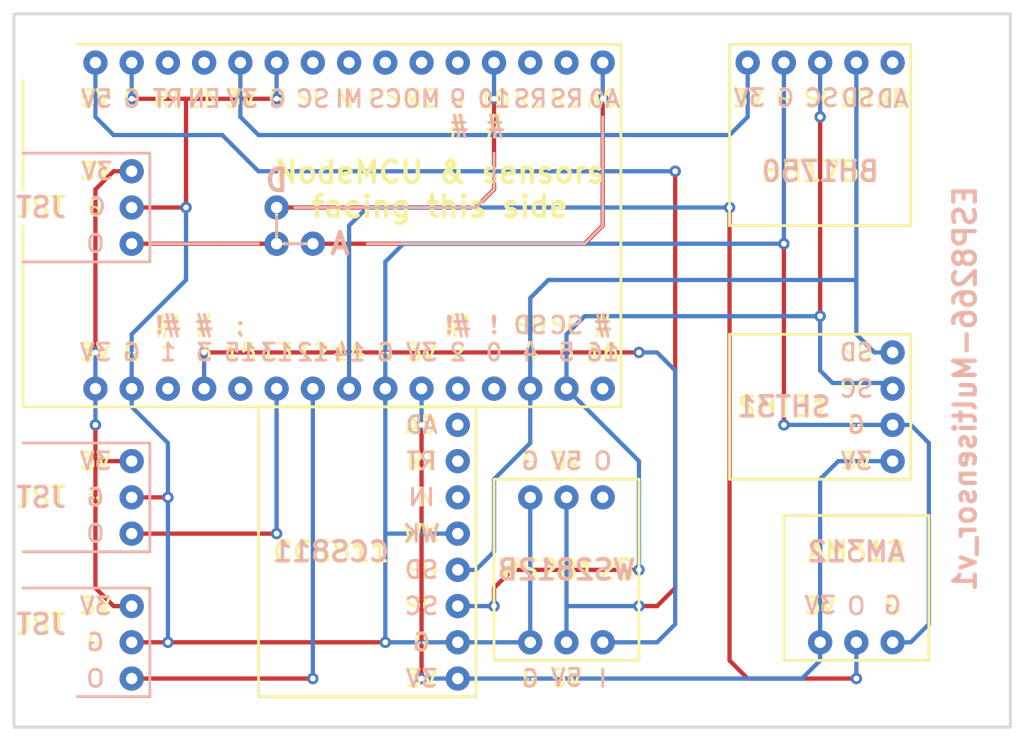
<source format=kicad_pcb>
(kicad_pcb (version 20171130) (host pcbnew "(5.0.0)")

  (general
    (thickness 1.6)
    (drawings 225)
    (tracks 161)
    (zones 0)
    (modules 73)
    (nets 1)
  )

  (page A4)
  (layers
    (0 F.Cu signal)
    (31 B.Cu signal)
    (32 B.Adhes user hide)
    (33 F.Adhes user hide)
    (34 B.Paste user hide)
    (35 F.Paste user hide)
    (36 B.SilkS user)
    (37 F.SilkS user)
    (38 B.Mask user hide)
    (39 F.Mask user hide)
    (40 Dwgs.User user hide)
    (41 Cmts.User user hide)
    (42 Eco1.User user hide)
    (43 Eco2.User user hide)
    (44 Edge.Cuts user)
    (45 Margin user hide)
    (46 B.CrtYd user hide)
    (47 F.CrtYd user hide)
    (48 B.Fab user hide)
    (49 F.Fab user hide)
  )

  (setup
    (last_trace_width 0.25)
    (trace_clearance 0.4)
    (zone_clearance 0.508)
    (zone_45_only no)
    (trace_min 0.2)
    (segment_width 0.2)
    (edge_width 0.2)
    (via_size 2)
    (via_drill 0.8)
    (via_min_size 0.2)
    (via_min_drill 0.1)
    (user_via 0.8 0.4)
    (uvia_size 0.3)
    (uvia_drill 0.1)
    (uvias_allowed no)
    (uvia_min_size 0.2)
    (uvia_min_drill 0.1)
    (pcb_text_width 0.3)
    (pcb_text_size 1.5 1.5)
    (mod_edge_width 0.15)
    (mod_text_size 1 1)
    (mod_text_width 0.15)
    (pad_size 1.524 1.524)
    (pad_drill 0.762)
    (pad_to_mask_clearance 0)
    (aux_axis_origin 0 0)
    (grid_origin 78.74 53.34)
    (visible_elements 7FFFFFFF)
    (pcbplotparams
      (layerselection 0x010fc_ffffffff)
      (usegerberextensions false)
      (usegerberattributes false)
      (usegerberadvancedattributes false)
      (creategerberjobfile false)
      (excludeedgelayer true)
      (linewidth 0.100000)
      (plotframeref false)
      (viasonmask false)
      (mode 1)
      (useauxorigin false)
      (hpglpennumber 1)
      (hpglpenspeed 20)
      (hpglpendiameter 15.000000)
      (psnegative false)
      (psa4output false)
      (plotreference true)
      (plotvalue true)
      (plotinvisibletext false)
      (padsonsilk false)
      (subtractmaskfromsilk false)
      (outputformat 1)
      (mirror false)
      (drillshape 1)
      (scaleselection 1)
      (outputdirectory ""))
  )

  (net 0 "")

  (net_class Default "Dies ist die voreingestellte Netzklasse."
    (clearance 0.4)
    (trace_width 0.25)
    (via_dia 2)
    (via_drill 0.8)
    (uvia_dia 0.3)
    (uvia_drill 0.1)
  )

  (net_class 2 ""
    (clearance 0.4)
    (trace_width 0.25)
    (via_dia 1)
    (via_drill 0.4)
    (uvia_dia 0.3)
    (uvia_drill 0.1)
  )

  (module TestPoint:TestPoint_THTPad_D1.5mm_Drill0.8mm (layer F.Cu) (tedit 5E9F1D96) (tstamp 5EAA27E8)
    (at 78.74 76.2)
    (descr "THT pad as test Point, diameter 1.5mm, hole diameter 0.7mm")
    (tags "test point THT pad")
    (attr virtual)
    (fp_text reference REF** (at 0 -1.648) (layer F.Fab)
      (effects (font (size 1 1) (thickness 0.15)))
    )
    (fp_text value TestPoint_THTPad_D1.5mm_Drill0.8mm (at 0 1.75) (layer F.Fab) hide
      (effects (font (size 1 1) (thickness 0.15)))
    )
    (fp_text user %R (at 0 -1.65) (layer F.Fab)
      (effects (font (size 1 1) (thickness 0.15)))
    )
    (fp_circle (center 0 0) (end 1.25 0) (layer F.CrtYd) (width 0.05))
    (fp_circle (center 0 0) (end 0.95 0) (layer Dwgs.User) (width 0.12))
    (pad 1 thru_hole circle (at 0 0) (size 1.7 1.7) (drill 0.8) (layers *.Cu *.Mask))
  )

  (module TestPoint:TestPoint_THTPad_D1.5mm_Drill0.8mm (layer F.Cu) (tedit 5E9F1D96) (tstamp 5EAA27DA)
    (at 81.28 76.2)
    (descr "THT pad as test Point, diameter 1.5mm, hole diameter 0.7mm")
    (tags "test point THT pad")
    (attr virtual)
    (fp_text reference REF** (at 0 -1.648) (layer F.Fab)
      (effects (font (size 1 1) (thickness 0.15)))
    )
    (fp_text value TestPoint_THTPad_D1.5mm_Drill0.8mm (at 0 1.75) (layer F.Fab) hide
      (effects (font (size 1 1) (thickness 0.15)))
    )
    (fp_text user %R (at 0 -1.65) (layer F.Fab)
      (effects (font (size 1 1) (thickness 0.15)))
    )
    (fp_circle (center 0 0) (end 1.25 0) (layer F.CrtYd) (width 0.05))
    (fp_circle (center 0 0) (end 0.95 0) (layer Dwgs.User) (width 0.12))
    (pad 1 thru_hole circle (at 0 0) (size 1.7 1.7) (drill 0.8) (layers *.Cu *.Mask))
  )

  (module TestPoint:TestPoint_THTPad_D1.5mm_Drill0.8mm (layer F.Cu) (tedit 5E9F1D96) (tstamp 5EAA27CC)
    (at 83.82 76.2)
    (descr "THT pad as test Point, diameter 1.5mm, hole diameter 0.7mm")
    (tags "test point THT pad")
    (attr virtual)
    (fp_text reference REF** (at 0 -1.648) (layer F.Fab)
      (effects (font (size 1 1) (thickness 0.15)))
    )
    (fp_text value TestPoint_THTPad_D1.5mm_Drill0.8mm (at 0 1.75) (layer F.Fab) hide
      (effects (font (size 1 1) (thickness 0.15)))
    )
    (fp_text user %R (at 0 -1.65) (layer F.Fab)
      (effects (font (size 1 1) (thickness 0.15)))
    )
    (fp_circle (center 0 0) (end 1.25 0) (layer F.CrtYd) (width 0.05))
    (fp_circle (center 0 0) (end 0.95 0) (layer Dwgs.User) (width 0.12))
    (pad 1 thru_hole circle (at 0 0) (size 1.7 1.7) (drill 0.8) (layers *.Cu *.Mask))
  )

  (module TestPoint:TestPoint_THTPad_D1.5mm_Drill0.8mm (layer F.Cu) (tedit 5E9F1D96) (tstamp 5EAA27BE)
    (at 86.36 76.2)
    (descr "THT pad as test Point, diameter 1.5mm, hole diameter 0.7mm")
    (tags "test point THT pad")
    (attr virtual)
    (fp_text reference REF** (at 0 -1.648) (layer F.Fab)
      (effects (font (size 1 1) (thickness 0.15)))
    )
    (fp_text value TestPoint_THTPad_D1.5mm_Drill0.8mm (at 0 1.75) (layer F.Fab) hide
      (effects (font (size 1 1) (thickness 0.15)))
    )
    (fp_text user %R (at 0 -1.65) (layer F.Fab)
      (effects (font (size 1 1) (thickness 0.15)))
    )
    (fp_circle (center 0 0) (end 1.25 0) (layer F.CrtYd) (width 0.05))
    (fp_circle (center 0 0) (end 0.95 0) (layer Dwgs.User) (width 0.12))
    (pad 1 thru_hole circle (at 0 0) (size 1.7 1.7) (drill 0.8) (layers *.Cu *.Mask))
  )

  (module TestPoint:TestPoint_THTPad_D1.5mm_Drill0.8mm (layer F.Cu) (tedit 5E9F1D96) (tstamp 5EAA27B0)
    (at 88.9 76.2)
    (descr "THT pad as test Point, diameter 1.5mm, hole diameter 0.7mm")
    (tags "test point THT pad")
    (attr virtual)
    (fp_text reference REF** (at 0 -1.648) (layer F.Fab)
      (effects (font (size 1 1) (thickness 0.15)))
    )
    (fp_text value TestPoint_THTPad_D1.5mm_Drill0.8mm (at 0 1.75) (layer F.Fab) hide
      (effects (font (size 1 1) (thickness 0.15)))
    )
    (fp_text user %R (at 0 -1.65) (layer F.Fab)
      (effects (font (size 1 1) (thickness 0.15)))
    )
    (fp_circle (center 0 0) (end 1.25 0) (layer F.CrtYd) (width 0.05))
    (fp_circle (center 0 0) (end 0.95 0) (layer Dwgs.User) (width 0.12))
    (pad 1 thru_hole circle (at 0 0) (size 1.7 1.7) (drill 0.8) (layers *.Cu *.Mask))
  )

  (module TestPoint:TestPoint_THTPad_D1.5mm_Drill0.8mm (layer F.Cu) (tedit 5E9F1D96) (tstamp 5EAA27A2)
    (at 91.44 76.2)
    (descr "THT pad as test Point, diameter 1.5mm, hole diameter 0.7mm")
    (tags "test point THT pad")
    (attr virtual)
    (fp_text reference REF** (at 0 -1.648) (layer F.Fab)
      (effects (font (size 1 1) (thickness 0.15)))
    )
    (fp_text value TestPoint_THTPad_D1.5mm_Drill0.8mm (at 0 1.75) (layer F.Fab) hide
      (effects (font (size 1 1) (thickness 0.15)))
    )
    (fp_text user %R (at 0 -1.65) (layer F.Fab)
      (effects (font (size 1 1) (thickness 0.15)))
    )
    (fp_circle (center 0 0) (end 1.25 0) (layer F.CrtYd) (width 0.05))
    (fp_circle (center 0 0) (end 0.95 0) (layer Dwgs.User) (width 0.12))
    (pad 1 thru_hole circle (at 0 0) (size 1.7 1.7) (drill 0.8) (layers *.Cu *.Mask))
  )

  (module TestPoint:TestPoint_THTPad_D1.5mm_Drill0.8mm (layer F.Cu) (tedit 5E9F1D96) (tstamp 5EAA2794)
    (at 93.98 76.2)
    (descr "THT pad as test Point, diameter 1.5mm, hole diameter 0.7mm")
    (tags "test point THT pad")
    (attr virtual)
    (fp_text reference REF** (at 0 -1.648) (layer F.Fab)
      (effects (font (size 1 1) (thickness 0.15)))
    )
    (fp_text value TestPoint_THTPad_D1.5mm_Drill0.8mm (at 0 1.75) (layer F.Fab) hide
      (effects (font (size 1 1) (thickness 0.15)))
    )
    (fp_text user %R (at 0 -1.65) (layer F.Fab)
      (effects (font (size 1 1) (thickness 0.15)))
    )
    (fp_circle (center 0 0) (end 1.25 0) (layer F.CrtYd) (width 0.05))
    (fp_circle (center 0 0) (end 0.95 0) (layer Dwgs.User) (width 0.12))
    (pad 1 thru_hole circle (at 0 0) (size 1.7 1.7) (drill 0.8) (layers *.Cu *.Mask))
  )

  (module TestPoint:TestPoint_THTPad_D1.5mm_Drill0.8mm (layer F.Cu) (tedit 5E9F1D96) (tstamp 5EAA2786)
    (at 96.52 76.2)
    (descr "THT pad as test Point, diameter 1.5mm, hole diameter 0.7mm")
    (tags "test point THT pad")
    (attr virtual)
    (fp_text reference REF** (at 0 -1.648) (layer F.Fab)
      (effects (font (size 1 1) (thickness 0.15)))
    )
    (fp_text value TestPoint_THTPad_D1.5mm_Drill0.8mm (at 0 1.75) (layer F.Fab) hide
      (effects (font (size 1 1) (thickness 0.15)))
    )
    (fp_text user %R (at 0 -1.65) (layer F.Fab)
      (effects (font (size 1 1) (thickness 0.15)))
    )
    (fp_circle (center 0 0) (end 1.25 0) (layer F.CrtYd) (width 0.05))
    (fp_circle (center 0 0) (end 0.95 0) (layer Dwgs.User) (width 0.12))
    (pad 1 thru_hole circle (at 0 0) (size 1.7 1.7) (drill 0.8) (layers *.Cu *.Mask))
  )

  (module TestPoint:TestPoint_THTPad_D1.5mm_Drill0.8mm (layer F.Cu) (tedit 5E9F1D96) (tstamp 5EAA2778)
    (at 99.06 76.2)
    (descr "THT pad as test Point, diameter 1.5mm, hole diameter 0.7mm")
    (tags "test point THT pad")
    (attr virtual)
    (fp_text reference REF** (at 0 -1.648) (layer F.Fab)
      (effects (font (size 1 1) (thickness 0.15)))
    )
    (fp_text value TestPoint_THTPad_D1.5mm_Drill0.8mm (at 0 1.75) (layer F.Fab) hide
      (effects (font (size 1 1) (thickness 0.15)))
    )
    (fp_text user %R (at 0 -1.65) (layer F.Fab)
      (effects (font (size 1 1) (thickness 0.15)))
    )
    (fp_circle (center 0 0) (end 1.25 0) (layer F.CrtYd) (width 0.05))
    (fp_circle (center 0 0) (end 0.95 0) (layer Dwgs.User) (width 0.12))
    (pad 1 thru_hole circle (at 0 0) (size 1.7 1.7) (drill 0.8) (layers *.Cu *.Mask))
  )

  (module TestPoint:TestPoint_THTPad_D1.5mm_Drill0.8mm (layer F.Cu) (tedit 5E9F1D96) (tstamp 5EAA276A)
    (at 101.6 76.2)
    (descr "THT pad as test Point, diameter 1.5mm, hole diameter 0.7mm")
    (tags "test point THT pad")
    (attr virtual)
    (fp_text reference REF** (at 0 -1.648) (layer F.Fab)
      (effects (font (size 1 1) (thickness 0.15)))
    )
    (fp_text value TestPoint_THTPad_D1.5mm_Drill0.8mm (at 0 1.75) (layer F.Fab) hide
      (effects (font (size 1 1) (thickness 0.15)))
    )
    (fp_text user %R (at 0 -1.65) (layer F.Fab)
      (effects (font (size 1 1) (thickness 0.15)))
    )
    (fp_circle (center 0 0) (end 1.25 0) (layer F.CrtYd) (width 0.05))
    (fp_circle (center 0 0) (end 0.95 0) (layer Dwgs.User) (width 0.12))
    (pad 1 thru_hole circle (at 0 0) (size 1.7 1.7) (drill 0.8) (layers *.Cu *.Mask))
  )

  (module TestPoint:TestPoint_THTPad_D1.5mm_Drill0.8mm (layer F.Cu) (tedit 5E9F1D96) (tstamp 5EAA275C)
    (at 114.3 76.2)
    (descr "THT pad as test Point, diameter 1.5mm, hole diameter 0.7mm")
    (tags "test point THT pad")
    (attr virtual)
    (fp_text reference REF** (at 0 -1.648) (layer F.Fab)
      (effects (font (size 1 1) (thickness 0.15)))
    )
    (fp_text value TestPoint_THTPad_D1.5mm_Drill0.8mm (at 0 1.75) (layer F.Fab) hide
      (effects (font (size 1 1) (thickness 0.15)))
    )
    (fp_text user %R (at 0 -1.65) (layer F.Fab)
      (effects (font (size 1 1) (thickness 0.15)))
    )
    (fp_circle (center 0 0) (end 1.25 0) (layer F.CrtYd) (width 0.05))
    (fp_circle (center 0 0) (end 0.95 0) (layer Dwgs.User) (width 0.12))
    (pad 1 thru_hole circle (at 0 0) (size 1.7 1.7) (drill 0.8) (layers *.Cu *.Mask))
  )

  (module TestPoint:TestPoint_THTPad_D1.5mm_Drill0.8mm (layer F.Cu) (tedit 5E9F1D96) (tstamp 5EAA274E)
    (at 111.76 76.2)
    (descr "THT pad as test Point, diameter 1.5mm, hole diameter 0.7mm")
    (tags "test point THT pad")
    (attr virtual)
    (fp_text reference REF** (at 0 -1.648) (layer F.Fab)
      (effects (font (size 1 1) (thickness 0.15)))
    )
    (fp_text value TestPoint_THTPad_D1.5mm_Drill0.8mm (at 0 1.75) (layer F.Fab) hide
      (effects (font (size 1 1) (thickness 0.15)))
    )
    (fp_text user %R (at 0 -1.65) (layer F.Fab)
      (effects (font (size 1 1) (thickness 0.15)))
    )
    (fp_circle (center 0 0) (end 1.25 0) (layer F.CrtYd) (width 0.05))
    (fp_circle (center 0 0) (end 0.95 0) (layer Dwgs.User) (width 0.12))
    (pad 1 thru_hole circle (at 0 0) (size 1.7 1.7) (drill 0.8) (layers *.Cu *.Mask))
  )

  (module TestPoint:TestPoint_THTPad_D1.5mm_Drill0.8mm (layer F.Cu) (tedit 5E9F1D96) (tstamp 5EAA2740)
    (at 109.22 76.2)
    (descr "THT pad as test Point, diameter 1.5mm, hole diameter 0.7mm")
    (tags "test point THT pad")
    (attr virtual)
    (fp_text reference REF** (at 0 -1.648) (layer F.Fab)
      (effects (font (size 1 1) (thickness 0.15)))
    )
    (fp_text value TestPoint_THTPad_D1.5mm_Drill0.8mm (at 0 1.75) (layer F.Fab) hide
      (effects (font (size 1 1) (thickness 0.15)))
    )
    (fp_text user %R (at 0 -1.65) (layer F.Fab)
      (effects (font (size 1 1) (thickness 0.15)))
    )
    (fp_circle (center 0 0) (end 1.25 0) (layer F.CrtYd) (width 0.05))
    (fp_circle (center 0 0) (end 0.95 0) (layer Dwgs.User) (width 0.12))
    (pad 1 thru_hole circle (at 0 0) (size 1.7 1.7) (drill 0.8) (layers *.Cu *.Mask))
  )

  (module TestPoint:TestPoint_THTPad_D1.5mm_Drill0.8mm (layer F.Cu) (tedit 5E9F1D96) (tstamp 5EAA2732)
    (at 106.68 76.2)
    (descr "THT pad as test Point, diameter 1.5mm, hole diameter 0.7mm")
    (tags "test point THT pad")
    (attr virtual)
    (fp_text reference REF** (at 0 -1.648) (layer F.Fab)
      (effects (font (size 1 1) (thickness 0.15)))
    )
    (fp_text value TestPoint_THTPad_D1.5mm_Drill0.8mm (at 0 1.75) (layer F.Fab) hide
      (effects (font (size 1 1) (thickness 0.15)))
    )
    (fp_text user %R (at 0 -1.65) (layer F.Fab)
      (effects (font (size 1 1) (thickness 0.15)))
    )
    (fp_circle (center 0 0) (end 1.25 0) (layer F.CrtYd) (width 0.05))
    (fp_circle (center 0 0) (end 0.95 0) (layer Dwgs.User) (width 0.12))
    (pad 1 thru_hole circle (at 0 0) (size 1.7 1.7) (drill 0.8) (layers *.Cu *.Mask))
  )

  (module TestPoint:TestPoint_THTPad_D1.5mm_Drill0.8mm (layer F.Cu) (tedit 5E9F1D96) (tstamp 5EAA2724)
    (at 104.14 76.2)
    (descr "THT pad as test Point, diameter 1.5mm, hole diameter 0.7mm")
    (tags "test point THT pad")
    (attr virtual)
    (fp_text reference REF** (at 0 -1.648) (layer F.Fab)
      (effects (font (size 1 1) (thickness 0.15)))
    )
    (fp_text value TestPoint_THTPad_D1.5mm_Drill0.8mm (at 0 1.75) (layer F.Fab) hide
      (effects (font (size 1 1) (thickness 0.15)))
    )
    (fp_text user %R (at 0 -1.65) (layer F.Fab)
      (effects (font (size 1 1) (thickness 0.15)))
    )
    (fp_circle (center 0 0) (end 1.25 0) (layer F.CrtYd) (width 0.05))
    (fp_circle (center 0 0) (end 0.95 0) (layer Dwgs.User) (width 0.12))
    (pad 1 thru_hole circle (at 0 0) (size 1.7 1.7) (drill 0.8) (layers *.Cu *.Mask))
  )

  (module TestPoint:TestPoint_THTPad_D1.5mm_Drill0.8mm (layer F.Cu) (tedit 5E9F1D96) (tstamp 5EAA2716)
    (at 104.14 78.74)
    (descr "THT pad as test Point, diameter 1.5mm, hole diameter 0.7mm")
    (tags "test point THT pad")
    (attr virtual)
    (fp_text reference REF** (at 0 -1.648) (layer F.Fab)
      (effects (font (size 1 1) (thickness 0.15)))
    )
    (fp_text value TestPoint_THTPad_D1.5mm_Drill0.8mm (at 0 1.75) (layer F.Fab) hide
      (effects (font (size 1 1) (thickness 0.15)))
    )
    (fp_text user %R (at 0 -1.65) (layer F.Fab)
      (effects (font (size 1 1) (thickness 0.15)))
    )
    (fp_circle (center 0 0) (end 1.25 0) (layer F.CrtYd) (width 0.05))
    (fp_circle (center 0 0) (end 0.95 0) (layer Dwgs.User) (width 0.12))
    (pad 1 thru_hole circle (at 0 0) (size 1.7 1.7) (drill 0.8) (layers *.Cu *.Mask))
  )

  (module TestPoint:TestPoint_THTPad_D1.5mm_Drill0.8mm (layer F.Cu) (tedit 5E9F1D96) (tstamp 5EAA2708)
    (at 104.14 81.28)
    (descr "THT pad as test Point, diameter 1.5mm, hole diameter 0.7mm")
    (tags "test point THT pad")
    (attr virtual)
    (fp_text reference REF** (at 0 -1.648) (layer F.Fab)
      (effects (font (size 1 1) (thickness 0.15)))
    )
    (fp_text value TestPoint_THTPad_D1.5mm_Drill0.8mm (at 0 1.75) (layer F.Fab) hide
      (effects (font (size 1 1) (thickness 0.15)))
    )
    (fp_text user %R (at 0 -1.65) (layer F.Fab)
      (effects (font (size 1 1) (thickness 0.15)))
    )
    (fp_circle (center 0 0) (end 1.25 0) (layer F.CrtYd) (width 0.05))
    (fp_circle (center 0 0) (end 0.95 0) (layer Dwgs.User) (width 0.12))
    (pad 1 thru_hole circle (at 0 0) (size 1.7 1.7) (drill 0.8) (layers *.Cu *.Mask))
  )

  (module TestPoint:TestPoint_THTPad_D1.5mm_Drill0.8mm (layer F.Cu) (tedit 5E9F1D96) (tstamp 5EAA26FA)
    (at 104.14 83.82)
    (descr "THT pad as test Point, diameter 1.5mm, hole diameter 0.7mm")
    (tags "test point THT pad")
    (attr virtual)
    (fp_text reference REF** (at 0 -1.648) (layer F.Fab)
      (effects (font (size 1 1) (thickness 0.15)))
    )
    (fp_text value TestPoint_THTPad_D1.5mm_Drill0.8mm (at 0 1.75) (layer F.Fab) hide
      (effects (font (size 1 1) (thickness 0.15)))
    )
    (fp_text user %R (at 0 -1.65) (layer F.Fab)
      (effects (font (size 1 1) (thickness 0.15)))
    )
    (fp_circle (center 0 0) (end 1.25 0) (layer F.CrtYd) (width 0.05))
    (fp_circle (center 0 0) (end 0.95 0) (layer Dwgs.User) (width 0.12))
    (pad 1 thru_hole circle (at 0 0) (size 1.7 1.7) (drill 0.8) (layers *.Cu *.Mask))
  )

  (module TestPoint:TestPoint_THTPad_D1.5mm_Drill0.8mm (layer F.Cu) (tedit 5E9F1D96) (tstamp 5EAA26EC)
    (at 104.14 86.36)
    (descr "THT pad as test Point, diameter 1.5mm, hole diameter 0.7mm")
    (tags "test point THT pad")
    (attr virtual)
    (fp_text reference REF** (at 0 -1.648) (layer F.Fab)
      (effects (font (size 1 1) (thickness 0.15)))
    )
    (fp_text value TestPoint_THTPad_D1.5mm_Drill0.8mm (at 0 1.75) (layer F.Fab) hide
      (effects (font (size 1 1) (thickness 0.15)))
    )
    (fp_text user %R (at 0 -1.65) (layer F.Fab)
      (effects (font (size 1 1) (thickness 0.15)))
    )
    (fp_circle (center 0 0) (end 1.25 0) (layer F.CrtYd) (width 0.05))
    (fp_circle (center 0 0) (end 0.95 0) (layer Dwgs.User) (width 0.12))
    (pad 1 thru_hole circle (at 0 0) (size 1.7 1.7) (drill 0.8) (layers *.Cu *.Mask))
  )

  (module TestPoint:TestPoint_THTPad_D1.5mm_Drill0.8mm (layer F.Cu) (tedit 5E9F1D96) (tstamp 5EAA26DE)
    (at 104.14 88.9)
    (descr "THT pad as test Point, diameter 1.5mm, hole diameter 0.7mm")
    (tags "test point THT pad")
    (attr virtual)
    (fp_text reference REF** (at 0 -1.648) (layer F.Fab)
      (effects (font (size 1 1) (thickness 0.15)))
    )
    (fp_text value TestPoint_THTPad_D1.5mm_Drill0.8mm (at 0 1.75) (layer F.Fab) hide
      (effects (font (size 1 1) (thickness 0.15)))
    )
    (fp_text user %R (at 0 -1.65) (layer F.Fab)
      (effects (font (size 1 1) (thickness 0.15)))
    )
    (fp_circle (center 0 0) (end 1.25 0) (layer F.CrtYd) (width 0.05))
    (fp_circle (center 0 0) (end 0.95 0) (layer Dwgs.User) (width 0.12))
    (pad 1 thru_hole circle (at 0 0) (size 1.7 1.7) (drill 0.8) (layers *.Cu *.Mask))
  )

  (module TestPoint:TestPoint_THTPad_D1.5mm_Drill0.8mm (layer F.Cu) (tedit 5E9F1D96) (tstamp 5EAA26D0)
    (at 104.14 91.44)
    (descr "THT pad as test Point, diameter 1.5mm, hole diameter 0.7mm")
    (tags "test point THT pad")
    (attr virtual)
    (fp_text reference REF** (at 0 -1.648) (layer F.Fab)
      (effects (font (size 1 1) (thickness 0.15)))
    )
    (fp_text value TestPoint_THTPad_D1.5mm_Drill0.8mm (at 0 1.75) (layer F.Fab) hide
      (effects (font (size 1 1) (thickness 0.15)))
    )
    (fp_text user %R (at 0 -1.65) (layer F.Fab)
      (effects (font (size 1 1) (thickness 0.15)))
    )
    (fp_circle (center 0 0) (end 1.25 0) (layer F.CrtYd) (width 0.05))
    (fp_circle (center 0 0) (end 0.95 0) (layer Dwgs.User) (width 0.12))
    (pad 1 thru_hole circle (at 0 0) (size 1.7 1.7) (drill 0.8) (layers *.Cu *.Mask))
  )

  (module TestPoint:TestPoint_THTPad_D1.5mm_Drill0.8mm (layer F.Cu) (tedit 5E9F1D96) (tstamp 5EAA26C2)
    (at 104.14 93.98)
    (descr "THT pad as test Point, diameter 1.5mm, hole diameter 0.7mm")
    (tags "test point THT pad")
    (attr virtual)
    (fp_text reference REF** (at 0 -1.648) (layer F.Fab)
      (effects (font (size 1 1) (thickness 0.15)))
    )
    (fp_text value TestPoint_THTPad_D1.5mm_Drill0.8mm (at 0 1.75) (layer F.Fab) hide
      (effects (font (size 1 1) (thickness 0.15)))
    )
    (fp_text user %R (at 0 -1.65) (layer F.Fab)
      (effects (font (size 1 1) (thickness 0.15)))
    )
    (fp_circle (center 0 0) (end 1.25 0) (layer F.CrtYd) (width 0.05))
    (fp_circle (center 0 0) (end 0.95 0) (layer Dwgs.User) (width 0.12))
    (pad 1 thru_hole circle (at 0 0) (size 1.7 1.7) (drill 0.8) (layers *.Cu *.Mask))
  )

  (module TestPoint:TestPoint_THTPad_D1.5mm_Drill0.8mm (layer F.Cu) (tedit 5E9F1D96) (tstamp 5EAA26B4)
    (at 104.14 96.52)
    (descr "THT pad as test Point, diameter 1.5mm, hole diameter 0.7mm")
    (tags "test point THT pad")
    (attr virtual)
    (fp_text reference REF** (at 0 -1.648) (layer F.Fab)
      (effects (font (size 1 1) (thickness 0.15)))
    )
    (fp_text value TestPoint_THTPad_D1.5mm_Drill0.8mm (at 0 1.75) (layer F.Fab) hide
      (effects (font (size 1 1) (thickness 0.15)))
    )
    (fp_text user %R (at 0 -1.65) (layer F.Fab)
      (effects (font (size 1 1) (thickness 0.15)))
    )
    (fp_circle (center 0 0) (end 1.25 0) (layer F.CrtYd) (width 0.05))
    (fp_circle (center 0 0) (end 0.95 0) (layer Dwgs.User) (width 0.12))
    (pad 1 thru_hole circle (at 0 0) (size 1.7 1.7) (drill 0.8) (layers *.Cu *.Mask))
  )

  (module TestPoint:TestPoint_THTPad_D1.5mm_Drill0.8mm (layer F.Cu) (tedit 5E9F1D96) (tstamp 5EAA268F)
    (at 81.28 96.52)
    (descr "THT pad as test Point, diameter 1.5mm, hole diameter 0.7mm")
    (tags "test point THT pad")
    (attr virtual)
    (fp_text reference REF** (at 0 -1.648) (layer F.Fab)
      (effects (font (size 1 1) (thickness 0.15)))
    )
    (fp_text value TestPoint_THTPad_D1.5mm_Drill0.8mm (at 0 1.75) (layer F.Fab) hide
      (effects (font (size 1 1) (thickness 0.15)))
    )
    (fp_text user %R (at 0 -1.65) (layer F.Fab)
      (effects (font (size 1 1) (thickness 0.15)))
    )
    (fp_circle (center 0 0) (end 1.25 0) (layer F.CrtYd) (width 0.05))
    (fp_circle (center 0 0) (end 0.95 0) (layer Dwgs.User) (width 0.12))
    (pad 1 thru_hole circle (at 0 0) (size 1.7 1.7) (drill 0.8) (layers *.Cu *.Mask))
  )

  (module TestPoint:TestPoint_THTPad_D1.5mm_Drill0.8mm (layer F.Cu) (tedit 5E9F1D96) (tstamp 5EAA2681)
    (at 81.28 93.98)
    (descr "THT pad as test Point, diameter 1.5mm, hole diameter 0.7mm")
    (tags "test point THT pad")
    (attr virtual)
    (fp_text reference REF** (at 0 -1.648) (layer F.Fab)
      (effects (font (size 1 1) (thickness 0.15)))
    )
    (fp_text value TestPoint_THTPad_D1.5mm_Drill0.8mm (at 0 1.75) (layer F.Fab) hide
      (effects (font (size 1 1) (thickness 0.15)))
    )
    (fp_text user %R (at 0 -1.65) (layer F.Fab)
      (effects (font (size 1 1) (thickness 0.15)))
    )
    (fp_circle (center 0 0) (end 1.25 0) (layer F.CrtYd) (width 0.05))
    (fp_circle (center 0 0) (end 0.95 0) (layer Dwgs.User) (width 0.12))
    (pad 1 thru_hole circle (at 0 0) (size 1.7 1.7) (drill 0.8) (layers *.Cu *.Mask))
  )

  (module TestPoint:TestPoint_THTPad_D1.5mm_Drill0.8mm (layer F.Cu) (tedit 5E9F1D96) (tstamp 5EAA2673)
    (at 81.28 91.44)
    (descr "THT pad as test Point, diameter 1.5mm, hole diameter 0.7mm")
    (tags "test point THT pad")
    (attr virtual)
    (fp_text reference REF** (at 0 -1.648) (layer F.Fab)
      (effects (font (size 1 1) (thickness 0.15)))
    )
    (fp_text value TestPoint_THTPad_D1.5mm_Drill0.8mm (at 0 1.75) (layer F.Fab) hide
      (effects (font (size 1 1) (thickness 0.15)))
    )
    (fp_text user %R (at 0 -1.65) (layer F.Fab)
      (effects (font (size 1 1) (thickness 0.15)))
    )
    (fp_circle (center 0 0) (end 1.25 0) (layer F.CrtYd) (width 0.05))
    (fp_circle (center 0 0) (end 0.95 0) (layer Dwgs.User) (width 0.12))
    (pad 1 thru_hole circle (at 0 0) (size 1.7 1.7) (drill 0.8) (layers *.Cu *.Mask))
  )

  (module TestPoint:TestPoint_THTPad_D1.5mm_Drill0.8mm (layer F.Cu) (tedit 5E9F1D96) (tstamp 5EAA2665)
    (at 81.28 86.36)
    (descr "THT pad as test Point, diameter 1.5mm, hole diameter 0.7mm")
    (tags "test point THT pad")
    (attr virtual)
    (fp_text reference REF** (at 0 -1.648) (layer F.Fab)
      (effects (font (size 1 1) (thickness 0.15)))
    )
    (fp_text value TestPoint_THTPad_D1.5mm_Drill0.8mm (at 0 1.75) (layer F.Fab) hide
      (effects (font (size 1 1) (thickness 0.15)))
    )
    (fp_text user %R (at 0 -1.65) (layer F.Fab)
      (effects (font (size 1 1) (thickness 0.15)))
    )
    (fp_circle (center 0 0) (end 1.25 0) (layer F.CrtYd) (width 0.05))
    (fp_circle (center 0 0) (end 0.95 0) (layer Dwgs.User) (width 0.12))
    (pad 1 thru_hole circle (at 0 0) (size 1.7 1.7) (drill 0.8) (layers *.Cu *.Mask))
  )

  (module TestPoint:TestPoint_THTPad_D1.5mm_Drill0.8mm (layer F.Cu) (tedit 5E9F1D96) (tstamp 5EAA2657)
    (at 81.28 83.82)
    (descr "THT pad as test Point, diameter 1.5mm, hole diameter 0.7mm")
    (tags "test point THT pad")
    (attr virtual)
    (fp_text reference REF** (at 0 -1.648) (layer F.Fab)
      (effects (font (size 1 1) (thickness 0.15)))
    )
    (fp_text value TestPoint_THTPad_D1.5mm_Drill0.8mm (at 0 1.75) (layer F.Fab) hide
      (effects (font (size 1 1) (thickness 0.15)))
    )
    (fp_text user %R (at 0 -1.65) (layer F.Fab)
      (effects (font (size 1 1) (thickness 0.15)))
    )
    (fp_circle (center 0 0) (end 1.25 0) (layer F.CrtYd) (width 0.05))
    (fp_circle (center 0 0) (end 0.95 0) (layer Dwgs.User) (width 0.12))
    (pad 1 thru_hole circle (at 0 0) (size 1.7 1.7) (drill 0.8) (layers *.Cu *.Mask))
  )

  (module TestPoint:TestPoint_THTPad_D1.5mm_Drill0.8mm (layer F.Cu) (tedit 5E9F1D96) (tstamp 5EAA2649)
    (at 81.28 81.28)
    (descr "THT pad as test Point, diameter 1.5mm, hole diameter 0.7mm")
    (tags "test point THT pad")
    (attr virtual)
    (fp_text reference REF** (at 0 -1.648) (layer F.Fab)
      (effects (font (size 1 1) (thickness 0.15)))
    )
    (fp_text value TestPoint_THTPad_D1.5mm_Drill0.8mm (at 0 1.75) (layer F.Fab) hide
      (effects (font (size 1 1) (thickness 0.15)))
    )
    (fp_text user %R (at 0 -1.65) (layer F.Fab)
      (effects (font (size 1 1) (thickness 0.15)))
    )
    (fp_circle (center 0 0) (end 1.25 0) (layer F.CrtYd) (width 0.05))
    (fp_circle (center 0 0) (end 0.95 0) (layer Dwgs.User) (width 0.12))
    (pad 1 thru_hole circle (at 0 0) (size 1.7 1.7) (drill 0.8) (layers *.Cu *.Mask))
  )

  (module TestPoint:TestPoint_THTPad_D1.5mm_Drill0.8mm (layer F.Cu) (tedit 5E9F1D96) (tstamp 5EAA263B)
    (at 114.3 83.82)
    (descr "THT pad as test Point, diameter 1.5mm, hole diameter 0.7mm")
    (tags "test point THT pad")
    (attr virtual)
    (fp_text reference REF** (at 0 -1.648) (layer F.Fab)
      (effects (font (size 1 1) (thickness 0.15)))
    )
    (fp_text value TestPoint_THTPad_D1.5mm_Drill0.8mm (at 0 1.75) (layer F.Fab) hide
      (effects (font (size 1 1) (thickness 0.15)))
    )
    (fp_text user %R (at 0 -1.65) (layer F.Fab)
      (effects (font (size 1 1) (thickness 0.15)))
    )
    (fp_circle (center 0 0) (end 1.25 0) (layer F.CrtYd) (width 0.05))
    (fp_circle (center 0 0) (end 0.95 0) (layer Dwgs.User) (width 0.12))
    (pad 1 thru_hole circle (at 0 0) (size 1.7 1.7) (drill 0.8) (layers *.Cu *.Mask))
  )

  (module TestPoint:TestPoint_THTPad_D1.5mm_Drill0.8mm (layer F.Cu) (tedit 5E9F1D96) (tstamp 5EAA262D)
    (at 111.76 83.82)
    (descr "THT pad as test Point, diameter 1.5mm, hole diameter 0.7mm")
    (tags "test point THT pad")
    (attr virtual)
    (fp_text reference REF** (at 0 -1.648) (layer F.Fab)
      (effects (font (size 1 1) (thickness 0.15)))
    )
    (fp_text value TestPoint_THTPad_D1.5mm_Drill0.8mm (at 0 1.75) (layer F.Fab) hide
      (effects (font (size 1 1) (thickness 0.15)))
    )
    (fp_text user %R (at 0 -1.65) (layer F.Fab)
      (effects (font (size 1 1) (thickness 0.15)))
    )
    (fp_circle (center 0 0) (end 1.25 0) (layer F.CrtYd) (width 0.05))
    (fp_circle (center 0 0) (end 0.95 0) (layer Dwgs.User) (width 0.12))
    (pad 1 thru_hole circle (at 0 0) (size 1.7 1.7) (drill 0.8) (layers *.Cu *.Mask))
  )

  (module TestPoint:TestPoint_THTPad_D1.5mm_Drill0.8mm (layer F.Cu) (tedit 5E9F1D96) (tstamp 5EAA261F)
    (at 109.22 83.82)
    (descr "THT pad as test Point, diameter 1.5mm, hole diameter 0.7mm")
    (tags "test point THT pad")
    (attr virtual)
    (fp_text reference REF** (at 0 -1.648) (layer F.Fab)
      (effects (font (size 1 1) (thickness 0.15)))
    )
    (fp_text value TestPoint_THTPad_D1.5mm_Drill0.8mm (at 0 1.75) (layer F.Fab) hide
      (effects (font (size 1 1) (thickness 0.15)))
    )
    (fp_text user %R (at 0 -1.65) (layer F.Fab)
      (effects (font (size 1 1) (thickness 0.15)))
    )
    (fp_circle (center 0 0) (end 1.25 0) (layer F.CrtYd) (width 0.05))
    (fp_circle (center 0 0) (end 0.95 0) (layer Dwgs.User) (width 0.12))
    (pad 1 thru_hole circle (at 0 0) (size 1.7 1.7) (drill 0.8) (layers *.Cu *.Mask))
  )

  (module TestPoint:TestPoint_THTPad_D1.5mm_Drill0.8mm (layer F.Cu) (tedit 5E9F1D96) (tstamp 5EAA2611)
    (at 109.22 93.98)
    (descr "THT pad as test Point, diameter 1.5mm, hole diameter 0.7mm")
    (tags "test point THT pad")
    (attr virtual)
    (fp_text reference REF** (at 0 -1.648) (layer F.Fab)
      (effects (font (size 1 1) (thickness 0.15)))
    )
    (fp_text value TestPoint_THTPad_D1.5mm_Drill0.8mm (at 0 1.75) (layer F.Fab) hide
      (effects (font (size 1 1) (thickness 0.15)))
    )
    (fp_text user %R (at 0 -1.65) (layer F.Fab)
      (effects (font (size 1 1) (thickness 0.15)))
    )
    (fp_circle (center 0 0) (end 1.25 0) (layer F.CrtYd) (width 0.05))
    (fp_circle (center 0 0) (end 0.95 0) (layer Dwgs.User) (width 0.12))
    (pad 1 thru_hole circle (at 0 0) (size 1.7 1.7) (drill 0.8) (layers *.Cu *.Mask))
  )

  (module TestPoint:TestPoint_THTPad_D1.5mm_Drill0.8mm (layer F.Cu) (tedit 5E9F1D96) (tstamp 5EAA2603)
    (at 111.76 93.98)
    (descr "THT pad as test Point, diameter 1.5mm, hole diameter 0.7mm")
    (tags "test point THT pad")
    (attr virtual)
    (fp_text reference REF** (at 0 -1.648) (layer F.Fab)
      (effects (font (size 1 1) (thickness 0.15)))
    )
    (fp_text value TestPoint_THTPad_D1.5mm_Drill0.8mm (at 0 1.75) (layer F.Fab) hide
      (effects (font (size 1 1) (thickness 0.15)))
    )
    (fp_text user %R (at 0 -1.65) (layer F.Fab)
      (effects (font (size 1 1) (thickness 0.15)))
    )
    (fp_circle (center 0 0) (end 1.25 0) (layer F.CrtYd) (width 0.05))
    (fp_circle (center 0 0) (end 0.95 0) (layer Dwgs.User) (width 0.12))
    (pad 1 thru_hole circle (at 0 0) (size 1.7 1.7) (drill 0.8) (layers *.Cu *.Mask))
  )

  (module TestPoint:TestPoint_THTPad_D1.5mm_Drill0.8mm (layer F.Cu) (tedit 5E9F1D96) (tstamp 5EAA25F5)
    (at 114.3 93.98)
    (descr "THT pad as test Point, diameter 1.5mm, hole diameter 0.7mm")
    (tags "test point THT pad")
    (attr virtual)
    (fp_text reference REF** (at 0 -1.648) (layer F.Fab)
      (effects (font (size 1 1) (thickness 0.15)))
    )
    (fp_text value TestPoint_THTPad_D1.5mm_Drill0.8mm (at 0 1.75) (layer F.Fab) hide
      (effects (font (size 1 1) (thickness 0.15)))
    )
    (fp_text user %R (at 0 -1.65) (layer F.Fab)
      (effects (font (size 1 1) (thickness 0.15)))
    )
    (fp_circle (center 0 0) (end 1.25 0) (layer F.CrtYd) (width 0.05))
    (fp_circle (center 0 0) (end 0.95 0) (layer Dwgs.User) (width 0.12))
    (pad 1 thru_hole circle (at 0 0) (size 1.7 1.7) (drill 0.8) (layers *.Cu *.Mask))
  )

  (module TestPoint:TestPoint_THTPad_D1.5mm_Drill0.8mm (layer F.Cu) (tedit 5E9F1D96) (tstamp 5EAA25E7)
    (at 129.54 93.98)
    (descr "THT pad as test Point, diameter 1.5mm, hole diameter 0.7mm")
    (tags "test point THT pad")
    (attr virtual)
    (fp_text reference REF** (at 0 -1.648) (layer F.Fab)
      (effects (font (size 1 1) (thickness 0.15)))
    )
    (fp_text value TestPoint_THTPad_D1.5mm_Drill0.8mm (at 0 1.75) (layer F.Fab) hide
      (effects (font (size 1 1) (thickness 0.15)))
    )
    (fp_text user %R (at 0 -1.65) (layer F.Fab)
      (effects (font (size 1 1) (thickness 0.15)))
    )
    (fp_circle (center 0 0) (end 1.25 0) (layer F.CrtYd) (width 0.05))
    (fp_circle (center 0 0) (end 0.95 0) (layer Dwgs.User) (width 0.12))
    (pad 1 thru_hole circle (at 0 0) (size 1.7 1.7) (drill 0.8) (layers *.Cu *.Mask))
  )

  (module TestPoint:TestPoint_THTPad_D1.5mm_Drill0.8mm (layer F.Cu) (tedit 5E9F1D96) (tstamp 5EAA25D9)
    (at 132.08 93.98)
    (descr "THT pad as test Point, diameter 1.5mm, hole diameter 0.7mm")
    (tags "test point THT pad")
    (attr virtual)
    (fp_text reference REF** (at 0 -1.648) (layer F.Fab)
      (effects (font (size 1 1) (thickness 0.15)))
    )
    (fp_text value TestPoint_THTPad_D1.5mm_Drill0.8mm (at 0 1.75) (layer F.Fab) hide
      (effects (font (size 1 1) (thickness 0.15)))
    )
    (fp_text user %R (at 0 -1.65) (layer F.Fab)
      (effects (font (size 1 1) (thickness 0.15)))
    )
    (fp_circle (center 0 0) (end 1.25 0) (layer F.CrtYd) (width 0.05))
    (fp_circle (center 0 0) (end 0.95 0) (layer Dwgs.User) (width 0.12))
    (pad 1 thru_hole circle (at 0 0) (size 1.7 1.7) (drill 0.8) (layers *.Cu *.Mask))
  )

  (module TestPoint:TestPoint_THTPad_D1.5mm_Drill0.8mm (layer F.Cu) (tedit 5E9F1D96) (tstamp 5EAA25CB)
    (at 134.62 93.98)
    (descr "THT pad as test Point, diameter 1.5mm, hole diameter 0.7mm")
    (tags "test point THT pad")
    (attr virtual)
    (fp_text reference REF** (at 0 -1.648) (layer F.Fab)
      (effects (font (size 1 1) (thickness 0.15)))
    )
    (fp_text value TestPoint_THTPad_D1.5mm_Drill0.8mm (at 0 1.75) (layer F.Fab) hide
      (effects (font (size 1 1) (thickness 0.15)))
    )
    (fp_text user %R (at 0 -1.65) (layer F.Fab)
      (effects (font (size 1 1) (thickness 0.15)))
    )
    (fp_circle (center 0 0) (end 1.25 0) (layer F.CrtYd) (width 0.05))
    (fp_circle (center 0 0) (end 0.95 0) (layer Dwgs.User) (width 0.12))
    (pad 1 thru_hole circle (at 0 0) (size 1.7 1.7) (drill 0.8) (layers *.Cu *.Mask))
  )

  (module TestPoint:TestPoint_THTPad_D1.5mm_Drill0.8mm (layer F.Cu) (tedit 5E9F1D96) (tstamp 5EAA25BD)
    (at 134.62 81.28)
    (descr "THT pad as test Point, diameter 1.5mm, hole diameter 0.7mm")
    (tags "test point THT pad")
    (attr virtual)
    (fp_text reference REF** (at 0 -1.648) (layer F.Fab)
      (effects (font (size 1 1) (thickness 0.15)))
    )
    (fp_text value TestPoint_THTPad_D1.5mm_Drill0.8mm (at 0 1.75) (layer F.Fab) hide
      (effects (font (size 1 1) (thickness 0.15)))
    )
    (fp_text user %R (at 0 -1.65) (layer F.Fab)
      (effects (font (size 1 1) (thickness 0.15)))
    )
    (fp_circle (center 0 0) (end 1.25 0) (layer F.CrtYd) (width 0.05))
    (fp_circle (center 0 0) (end 0.95 0) (layer Dwgs.User) (width 0.12))
    (pad 1 thru_hole circle (at 0 0) (size 1.7 1.7) (drill 0.8) (layers *.Cu *.Mask))
  )

  (module TestPoint:TestPoint_THTPad_D1.5mm_Drill0.8mm (layer F.Cu) (tedit 5E9F1D96) (tstamp 5EAA25AF)
    (at 134.62 78.74)
    (descr "THT pad as test Point, diameter 1.5mm, hole diameter 0.7mm")
    (tags "test point THT pad")
    (attr virtual)
    (fp_text reference REF** (at 0 -1.648) (layer F.Fab)
      (effects (font (size 1 1) (thickness 0.15)))
    )
    (fp_text value TestPoint_THTPad_D1.5mm_Drill0.8mm (at 0 1.75) (layer F.Fab) hide
      (effects (font (size 1 1) (thickness 0.15)))
    )
    (fp_text user %R (at 0 -1.65) (layer F.Fab)
      (effects (font (size 1 1) (thickness 0.15)))
    )
    (fp_circle (center 0 0) (end 1.25 0) (layer F.CrtYd) (width 0.05))
    (fp_circle (center 0 0) (end 0.95 0) (layer Dwgs.User) (width 0.12))
    (pad 1 thru_hole circle (at 0 0) (size 1.7 1.7) (drill 0.8) (layers *.Cu *.Mask))
  )

  (module TestPoint:TestPoint_THTPad_D1.5mm_Drill0.8mm (layer F.Cu) (tedit 5E9F1D96) (tstamp 5EAA25A1)
    (at 134.62 76.2)
    (descr "THT pad as test Point, diameter 1.5mm, hole diameter 0.7mm")
    (tags "test point THT pad")
    (attr virtual)
    (fp_text reference REF** (at 0 -1.648) (layer F.Fab)
      (effects (font (size 1 1) (thickness 0.15)))
    )
    (fp_text value TestPoint_THTPad_D1.5mm_Drill0.8mm (at 0 1.75) (layer F.Fab) hide
      (effects (font (size 1 1) (thickness 0.15)))
    )
    (fp_text user %R (at 0 -1.65) (layer F.Fab)
      (effects (font (size 1 1) (thickness 0.15)))
    )
    (fp_circle (center 0 0) (end 1.25 0) (layer F.CrtYd) (width 0.05))
    (fp_circle (center 0 0) (end 0.95 0) (layer Dwgs.User) (width 0.12))
    (pad 1 thru_hole circle (at 0 0) (size 1.7 1.7) (drill 0.8) (layers *.Cu *.Mask))
  )

  (module TestPoint:TestPoint_THTPad_D1.5mm_Drill0.8mm (layer F.Cu) (tedit 5E9F1D96) (tstamp 5EAA2593)
    (at 134.62 73.66)
    (descr "THT pad as test Point, diameter 1.5mm, hole diameter 0.7mm")
    (tags "test point THT pad")
    (attr virtual)
    (fp_text reference REF** (at 0 -1.648) (layer F.Fab)
      (effects (font (size 1 1) (thickness 0.15)))
    )
    (fp_text value TestPoint_THTPad_D1.5mm_Drill0.8mm (at 0 1.75) (layer F.Fab) hide
      (effects (font (size 1 1) (thickness 0.15)))
    )
    (fp_text user %R (at 0 -1.65) (layer F.Fab)
      (effects (font (size 1 1) (thickness 0.15)))
    )
    (fp_circle (center 0 0) (end 1.25 0) (layer F.CrtYd) (width 0.05))
    (fp_circle (center 0 0) (end 0.95 0) (layer Dwgs.User) (width 0.12))
    (pad 1 thru_hole circle (at 0 0) (size 1.7 1.7) (drill 0.8) (layers *.Cu *.Mask))
  )

  (module TestPoint:TestPoint_THTPad_D1.5mm_Drill0.8mm (layer F.Cu) (tedit 5E9F1D96) (tstamp 5EAA2581)
    (at 93.98 66.04)
    (descr "THT pad as test Point, diameter 1.5mm, hole diameter 0.7mm")
    (tags "test point THT pad")
    (attr virtual)
    (fp_text reference REF** (at 0 -1.648) (layer F.Fab)
      (effects (font (size 1 1) (thickness 0.15)))
    )
    (fp_text value TestPoint_THTPad_D1.5mm_Drill0.8mm (at 0 1.75) (layer F.Fab) hide
      (effects (font (size 1 1) (thickness 0.15)))
    )
    (fp_text user %R (at 0 -1.65) (layer F.Fab)
      (effects (font (size 1 1) (thickness 0.15)))
    )
    (fp_circle (center 0 0) (end 1.25 0) (layer F.CrtYd) (width 0.05))
    (fp_circle (center 0 0) (end 0.95 0) (layer Dwgs.User) (width 0.12))
    (pad 1 thru_hole circle (at 0 0) (size 1.7 1.7) (drill 0.8) (layers *.Cu *.Mask))
  )

  (module TestPoint:TestPoint_THTPad_D1.5mm_Drill0.8mm (layer F.Cu) (tedit 5E9F1D96) (tstamp 5EAA2573)
    (at 91.44 66.04)
    (descr "THT pad as test Point, diameter 1.5mm, hole diameter 0.7mm")
    (tags "test point THT pad")
    (attr virtual)
    (fp_text reference REF** (at 0 -1.648) (layer F.Fab)
      (effects (font (size 1 1) (thickness 0.15)))
    )
    (fp_text value TestPoint_THTPad_D1.5mm_Drill0.8mm (at 0 1.75) (layer F.Fab) hide
      (effects (font (size 1 1) (thickness 0.15)))
    )
    (fp_text user %R (at 0 -1.65) (layer F.Fab)
      (effects (font (size 1 1) (thickness 0.15)))
    )
    (fp_circle (center 0 0) (end 1.25 0) (layer F.CrtYd) (width 0.05))
    (fp_circle (center 0 0) (end 0.95 0) (layer Dwgs.User) (width 0.12))
    (pad 1 thru_hole circle (at 0 0) (size 1.7 1.7) (drill 0.8) (layers *.Cu *.Mask))
  )

  (module TestPoint:TestPoint_THTPad_D1.5mm_Drill0.8mm (layer F.Cu) (tedit 5E9F1D96) (tstamp 5EAA2565)
    (at 91.44 63.5)
    (descr "THT pad as test Point, diameter 1.5mm, hole diameter 0.7mm")
    (tags "test point THT pad")
    (attr virtual)
    (fp_text reference REF** (at 0 -1.648) (layer F.Fab)
      (effects (font (size 1 1) (thickness 0.15)))
    )
    (fp_text value TestPoint_THTPad_D1.5mm_Drill0.8mm (at 0 1.75) (layer F.Fab) hide
      (effects (font (size 1 1) (thickness 0.15)))
    )
    (fp_text user %R (at 0 -1.65) (layer F.Fab)
      (effects (font (size 1 1) (thickness 0.15)))
    )
    (fp_circle (center 0 0) (end 1.25 0) (layer F.CrtYd) (width 0.05))
    (fp_circle (center 0 0) (end 0.95 0) (layer Dwgs.User) (width 0.12))
    (pad 1 thru_hole circle (at 0 0) (size 1.7 1.7) (drill 0.8) (layers *.Cu *.Mask))
  )

  (module TestPoint:TestPoint_THTPad_D1.5mm_Drill0.8mm (layer F.Cu) (tedit 5E9F1D96) (tstamp 5EAA253D)
    (at 134.62 53.34)
    (descr "THT pad as test Point, diameter 1.5mm, hole diameter 0.7mm")
    (tags "test point THT pad")
    (attr virtual)
    (fp_text reference REF** (at 0 -1.648) (layer F.Fab)
      (effects (font (size 1 1) (thickness 0.15)))
    )
    (fp_text value TestPoint_THTPad_D1.5mm_Drill0.8mm (at 0 1.75) (layer F.Fab) hide
      (effects (font (size 1 1) (thickness 0.15)))
    )
    (fp_text user %R (at 0 -1.65) (layer F.Fab)
      (effects (font (size 1 1) (thickness 0.15)))
    )
    (fp_circle (center 0 0) (end 1.25 0) (layer F.CrtYd) (width 0.05))
    (fp_circle (center 0 0) (end 0.95 0) (layer Dwgs.User) (width 0.12))
    (pad 1 thru_hole circle (at 0 0) (size 1.7 1.7) (drill 0.8) (layers *.Cu *.Mask))
  )

  (module TestPoint:TestPoint_THTPad_D1.5mm_Drill0.8mm (layer F.Cu) (tedit 5E9F1D96) (tstamp 5EAA252F)
    (at 132.08 53.34)
    (descr "THT pad as test Point, diameter 1.5mm, hole diameter 0.7mm")
    (tags "test point THT pad")
    (attr virtual)
    (fp_text reference REF** (at 0 -1.648) (layer F.Fab)
      (effects (font (size 1 1) (thickness 0.15)))
    )
    (fp_text value TestPoint_THTPad_D1.5mm_Drill0.8mm (at 0 1.75) (layer F.Fab) hide
      (effects (font (size 1 1) (thickness 0.15)))
    )
    (fp_text user %R (at 0 -1.65) (layer F.Fab)
      (effects (font (size 1 1) (thickness 0.15)))
    )
    (fp_circle (center 0 0) (end 1.25 0) (layer F.CrtYd) (width 0.05))
    (fp_circle (center 0 0) (end 0.95 0) (layer Dwgs.User) (width 0.12))
    (pad 1 thru_hole circle (at 0 0) (size 1.7 1.7) (drill 0.8) (layers *.Cu *.Mask))
  )

  (module TestPoint:TestPoint_THTPad_D1.5mm_Drill0.8mm (layer F.Cu) (tedit 5E9F1D96) (tstamp 5EAA2521)
    (at 129.54 53.34)
    (descr "THT pad as test Point, diameter 1.5mm, hole diameter 0.7mm")
    (tags "test point THT pad")
    (attr virtual)
    (fp_text reference REF** (at 0 -1.648) (layer F.Fab)
      (effects (font (size 1 1) (thickness 0.15)))
    )
    (fp_text value TestPoint_THTPad_D1.5mm_Drill0.8mm (at 0 1.75) (layer F.Fab) hide
      (effects (font (size 1 1) (thickness 0.15)))
    )
    (fp_text user %R (at 0 -1.65) (layer F.Fab)
      (effects (font (size 1 1) (thickness 0.15)))
    )
    (fp_circle (center 0 0) (end 1.25 0) (layer F.CrtYd) (width 0.05))
    (fp_circle (center 0 0) (end 0.95 0) (layer Dwgs.User) (width 0.12))
    (pad 1 thru_hole circle (at 0 0) (size 1.7 1.7) (drill 0.8) (layers *.Cu *.Mask))
  )

  (module TestPoint:TestPoint_THTPad_D1.5mm_Drill0.8mm (layer F.Cu) (tedit 5E9F1D96) (tstamp 5EAA2513)
    (at 127 53.34)
    (descr "THT pad as test Point, diameter 1.5mm, hole diameter 0.7mm")
    (tags "test point THT pad")
    (attr virtual)
    (fp_text reference REF** (at 0 -1.648) (layer F.Fab)
      (effects (font (size 1 1) (thickness 0.15)))
    )
    (fp_text value TestPoint_THTPad_D1.5mm_Drill0.8mm (at 0 1.75) (layer F.Fab) hide
      (effects (font (size 1 1) (thickness 0.15)))
    )
    (fp_text user %R (at 0 -1.65) (layer F.Fab)
      (effects (font (size 1 1) (thickness 0.15)))
    )
    (fp_circle (center 0 0) (end 1.25 0) (layer F.CrtYd) (width 0.05))
    (fp_circle (center 0 0) (end 0.95 0) (layer Dwgs.User) (width 0.12))
    (pad 1 thru_hole circle (at 0 0) (size 1.7 1.7) (drill 0.8) (layers *.Cu *.Mask))
  )

  (module TestPoint:TestPoint_THTPad_D1.5mm_Drill0.8mm (layer F.Cu) (tedit 5E9F1D96) (tstamp 5EAA2505)
    (at 124.46 53.34)
    (descr "THT pad as test Point, diameter 1.5mm, hole diameter 0.7mm")
    (tags "test point THT pad")
    (attr virtual)
    (fp_text reference REF** (at 0 -1.648) (layer F.Fab)
      (effects (font (size 1 1) (thickness 0.15)))
    )
    (fp_text value TestPoint_THTPad_D1.5mm_Drill0.8mm (at 0 1.75) (layer F.Fab) hide
      (effects (font (size 1 1) (thickness 0.15)))
    )
    (fp_text user %R (at 0 -1.65) (layer F.Fab)
      (effects (font (size 1 1) (thickness 0.15)))
    )
    (fp_circle (center 0 0) (end 1.25 0) (layer F.CrtYd) (width 0.05))
    (fp_circle (center 0 0) (end 0.95 0) (layer Dwgs.User) (width 0.12))
    (pad 1 thru_hole circle (at 0 0) (size 1.7 1.7) (drill 0.8) (layers *.Cu *.Mask))
  )

  (module TestPoint:TestPoint_THTPad_D1.5mm_Drill0.8mm (layer F.Cu) (tedit 5E9F1D96) (tstamp 5EAA24F7)
    (at 114.3 53.34)
    (descr "THT pad as test Point, diameter 1.5mm, hole diameter 0.7mm")
    (tags "test point THT pad")
    (attr virtual)
    (fp_text reference REF** (at 0 -1.648) (layer F.Fab)
      (effects (font (size 1 1) (thickness 0.15)))
    )
    (fp_text value TestPoint_THTPad_D1.5mm_Drill0.8mm (at 0 1.75) (layer F.Fab) hide
      (effects (font (size 1 1) (thickness 0.15)))
    )
    (fp_text user %R (at 0 -1.65) (layer F.Fab)
      (effects (font (size 1 1) (thickness 0.15)))
    )
    (fp_circle (center 0 0) (end 1.25 0) (layer F.CrtYd) (width 0.05))
    (fp_circle (center 0 0) (end 0.95 0) (layer Dwgs.User) (width 0.12))
    (pad 1 thru_hole circle (at 0 0) (size 1.7 1.7) (drill 0.8) (layers *.Cu *.Mask))
  )

  (module TestPoint:TestPoint_THTPad_D1.5mm_Drill0.8mm (layer F.Cu) (tedit 5E9F1D96) (tstamp 5EAA24E9)
    (at 111.76 53.34)
    (descr "THT pad as test Point, diameter 1.5mm, hole diameter 0.7mm")
    (tags "test point THT pad")
    (attr virtual)
    (fp_text reference REF** (at 0 -1.648) (layer F.Fab)
      (effects (font (size 1 1) (thickness 0.15)))
    )
    (fp_text value TestPoint_THTPad_D1.5mm_Drill0.8mm (at 0 1.75) (layer F.Fab) hide
      (effects (font (size 1 1) (thickness 0.15)))
    )
    (fp_text user %R (at 0 -1.65) (layer F.Fab)
      (effects (font (size 1 1) (thickness 0.15)))
    )
    (fp_circle (center 0 0) (end 1.25 0) (layer F.CrtYd) (width 0.05))
    (fp_circle (center 0 0) (end 0.95 0) (layer Dwgs.User) (width 0.12))
    (pad 1 thru_hole circle (at 0 0) (size 1.7 1.7) (drill 0.8) (layers *.Cu *.Mask))
  )

  (module TestPoint:TestPoint_THTPad_D1.5mm_Drill0.8mm (layer F.Cu) (tedit 5E9F1D96) (tstamp 5EAA24DB)
    (at 109.22 53.34)
    (descr "THT pad as test Point, diameter 1.5mm, hole diameter 0.7mm")
    (tags "test point THT pad")
    (attr virtual)
    (fp_text reference REF** (at 0 -1.648) (layer F.Fab)
      (effects (font (size 1 1) (thickness 0.15)))
    )
    (fp_text value TestPoint_THTPad_D1.5mm_Drill0.8mm (at 0 1.75) (layer F.Fab) hide
      (effects (font (size 1 1) (thickness 0.15)))
    )
    (fp_text user %R (at 0 -1.65) (layer F.Fab)
      (effects (font (size 1 1) (thickness 0.15)))
    )
    (fp_circle (center 0 0) (end 1.25 0) (layer F.CrtYd) (width 0.05))
    (fp_circle (center 0 0) (end 0.95 0) (layer Dwgs.User) (width 0.12))
    (pad 1 thru_hole circle (at 0 0) (size 1.7 1.7) (drill 0.8) (layers *.Cu *.Mask))
  )

  (module TestPoint:TestPoint_THTPad_D1.5mm_Drill0.8mm (layer F.Cu) (tedit 5E9F1D96) (tstamp 5EAA24CD)
    (at 106.68 53.34)
    (descr "THT pad as test Point, diameter 1.5mm, hole diameter 0.7mm")
    (tags "test point THT pad")
    (attr virtual)
    (fp_text reference REF** (at 0 -1.648) (layer F.Fab)
      (effects (font (size 1 1) (thickness 0.15)))
    )
    (fp_text value TestPoint_THTPad_D1.5mm_Drill0.8mm (at 0 1.75) (layer F.Fab) hide
      (effects (font (size 1 1) (thickness 0.15)))
    )
    (fp_text user %R (at 0 -1.65) (layer F.Fab)
      (effects (font (size 1 1) (thickness 0.15)))
    )
    (fp_circle (center 0 0) (end 1.25 0) (layer F.CrtYd) (width 0.05))
    (fp_circle (center 0 0) (end 0.95 0) (layer Dwgs.User) (width 0.12))
    (pad 1 thru_hole circle (at 0 0) (size 1.7 1.7) (drill 0.8) (layers *.Cu *.Mask))
  )

  (module TestPoint:TestPoint_THTPad_D1.5mm_Drill0.8mm (layer F.Cu) (tedit 5E9F1D96) (tstamp 5EAA24BF)
    (at 104.14 53.34)
    (descr "THT pad as test Point, diameter 1.5mm, hole diameter 0.7mm")
    (tags "test point THT pad")
    (attr virtual)
    (fp_text reference REF** (at 0 -1.648) (layer F.Fab)
      (effects (font (size 1 1) (thickness 0.15)))
    )
    (fp_text value TestPoint_THTPad_D1.5mm_Drill0.8mm (at 0 1.75) (layer F.Fab) hide
      (effects (font (size 1 1) (thickness 0.15)))
    )
    (fp_text user %R (at 0 -1.65) (layer F.Fab)
      (effects (font (size 1 1) (thickness 0.15)))
    )
    (fp_circle (center 0 0) (end 1.25 0) (layer F.CrtYd) (width 0.05))
    (fp_circle (center 0 0) (end 0.95 0) (layer Dwgs.User) (width 0.12))
    (pad 1 thru_hole circle (at 0 0) (size 1.7 1.7) (drill 0.8) (layers *.Cu *.Mask))
  )

  (module TestPoint:TestPoint_THTPad_D1.5mm_Drill0.8mm (layer F.Cu) (tedit 5E9F1D96) (tstamp 5EAA24B1)
    (at 104.14 53.34)
    (descr "THT pad as test Point, diameter 1.5mm, hole diameter 0.7mm")
    (tags "test point THT pad")
    (attr virtual)
    (fp_text reference REF** (at 0 -1.648) (layer F.Fab)
      (effects (font (size 1 1) (thickness 0.15)))
    )
    (fp_text value TestPoint_THTPad_D1.5mm_Drill0.8mm (at 0 1.75) (layer F.Fab) hide
      (effects (font (size 1 1) (thickness 0.15)))
    )
    (fp_text user %R (at 0 -1.65) (layer F.Fab)
      (effects (font (size 1 1) (thickness 0.15)))
    )
    (fp_circle (center 0 0) (end 1.25 0) (layer F.CrtYd) (width 0.05))
    (fp_circle (center 0 0) (end 0.95 0) (layer Dwgs.User) (width 0.12))
    (pad 1 thru_hole circle (at 0 0) (size 1.7 1.7) (drill 0.8) (layers *.Cu *.Mask))
  )

  (module TestPoint:TestPoint_THTPad_D1.5mm_Drill0.8mm (layer F.Cu) (tedit 5E9F1D96) (tstamp 5EAA24A3)
    (at 101.6 53.34)
    (descr "THT pad as test Point, diameter 1.5mm, hole diameter 0.7mm")
    (tags "test point THT pad")
    (attr virtual)
    (fp_text reference REF** (at 0 -1.648) (layer F.Fab)
      (effects (font (size 1 1) (thickness 0.15)))
    )
    (fp_text value TestPoint_THTPad_D1.5mm_Drill0.8mm (at 0 1.75) (layer F.Fab) hide
      (effects (font (size 1 1) (thickness 0.15)))
    )
    (fp_text user %R (at 0 -1.65) (layer F.Fab)
      (effects (font (size 1 1) (thickness 0.15)))
    )
    (fp_circle (center 0 0) (end 1.25 0) (layer F.CrtYd) (width 0.05))
    (fp_circle (center 0 0) (end 0.95 0) (layer Dwgs.User) (width 0.12))
    (pad 1 thru_hole circle (at 0 0) (size 1.7 1.7) (drill 0.8) (layers *.Cu *.Mask))
  )

  (module TestPoint:TestPoint_THTPad_D1.5mm_Drill0.8mm (layer F.Cu) (tedit 5E9F1D96) (tstamp 5EAA2495)
    (at 99.06 53.34)
    (descr "THT pad as test Point, diameter 1.5mm, hole diameter 0.7mm")
    (tags "test point THT pad")
    (attr virtual)
    (fp_text reference REF** (at 0 -1.648) (layer F.Fab)
      (effects (font (size 1 1) (thickness 0.15)))
    )
    (fp_text value TestPoint_THTPad_D1.5mm_Drill0.8mm (at 0 1.75) (layer F.Fab) hide
      (effects (font (size 1 1) (thickness 0.15)))
    )
    (fp_text user %R (at 0 -1.65) (layer F.Fab)
      (effects (font (size 1 1) (thickness 0.15)))
    )
    (fp_circle (center 0 0) (end 1.25 0) (layer F.CrtYd) (width 0.05))
    (fp_circle (center 0 0) (end 0.95 0) (layer Dwgs.User) (width 0.12))
    (pad 1 thru_hole circle (at 0 0) (size 1.7 1.7) (drill 0.8) (layers *.Cu *.Mask))
  )

  (module TestPoint:TestPoint_THTPad_D1.5mm_Drill0.8mm (layer F.Cu) (tedit 5E9F1D96) (tstamp 5EAA2487)
    (at 96.52 53.34)
    (descr "THT pad as test Point, diameter 1.5mm, hole diameter 0.7mm")
    (tags "test point THT pad")
    (attr virtual)
    (fp_text reference REF** (at 0 -1.648) (layer F.Fab)
      (effects (font (size 1 1) (thickness 0.15)))
    )
    (fp_text value TestPoint_THTPad_D1.5mm_Drill0.8mm (at 0 1.75) (layer F.Fab) hide
      (effects (font (size 1 1) (thickness 0.15)))
    )
    (fp_text user %R (at 0 -1.65) (layer F.Fab)
      (effects (font (size 1 1) (thickness 0.15)))
    )
    (fp_circle (center 0 0) (end 1.25 0) (layer F.CrtYd) (width 0.05))
    (fp_circle (center 0 0) (end 0.95 0) (layer Dwgs.User) (width 0.12))
    (pad 1 thru_hole circle (at 0 0) (size 1.7 1.7) (drill 0.8) (layers *.Cu *.Mask))
  )

  (module TestPoint:TestPoint_THTPad_D1.5mm_Drill0.8mm (layer F.Cu) (tedit 5E9F1D96) (tstamp 5EAA2479)
    (at 93.98 53.34)
    (descr "THT pad as test Point, diameter 1.5mm, hole diameter 0.7mm")
    (tags "test point THT pad")
    (attr virtual)
    (fp_text reference REF** (at 0 -1.648) (layer F.Fab)
      (effects (font (size 1 1) (thickness 0.15)))
    )
    (fp_text value TestPoint_THTPad_D1.5mm_Drill0.8mm (at 0 1.75) (layer F.Fab) hide
      (effects (font (size 1 1) (thickness 0.15)))
    )
    (fp_text user %R (at 0 -1.65) (layer F.Fab)
      (effects (font (size 1 1) (thickness 0.15)))
    )
    (fp_circle (center 0 0) (end 1.25 0) (layer F.CrtYd) (width 0.05))
    (fp_circle (center 0 0) (end 0.95 0) (layer Dwgs.User) (width 0.12))
    (pad 1 thru_hole circle (at 0 0) (size 1.7 1.7) (drill 0.8) (layers *.Cu *.Mask))
  )

  (module TestPoint:TestPoint_THTPad_D1.5mm_Drill0.8mm (layer F.Cu) (tedit 5E9F1D96) (tstamp 5EAA246B)
    (at 91.44 53.34)
    (descr "THT pad as test Point, diameter 1.5mm, hole diameter 0.7mm")
    (tags "test point THT pad")
    (attr virtual)
    (fp_text reference REF** (at 0 -1.648) (layer F.Fab)
      (effects (font (size 1 1) (thickness 0.15)))
    )
    (fp_text value TestPoint_THTPad_D1.5mm_Drill0.8mm (at 0 1.75) (layer F.Fab) hide
      (effects (font (size 1 1) (thickness 0.15)))
    )
    (fp_text user %R (at 0 -1.65) (layer F.Fab)
      (effects (font (size 1 1) (thickness 0.15)))
    )
    (fp_circle (center 0 0) (end 1.25 0) (layer F.CrtYd) (width 0.05))
    (fp_circle (center 0 0) (end 0.95 0) (layer Dwgs.User) (width 0.12))
    (pad 1 thru_hole circle (at 0 0) (size 1.7 1.7) (drill 0.8) (layers *.Cu *.Mask))
  )

  (module TestPoint:TestPoint_THTPad_D1.5mm_Drill0.8mm (layer F.Cu) (tedit 5E9F1D96) (tstamp 5EAA245D)
    (at 88.9 53.34)
    (descr "THT pad as test Point, diameter 1.5mm, hole diameter 0.7mm")
    (tags "test point THT pad")
    (attr virtual)
    (fp_text reference REF** (at 0 -1.648) (layer F.Fab)
      (effects (font (size 1 1) (thickness 0.15)))
    )
    (fp_text value TestPoint_THTPad_D1.5mm_Drill0.8mm (at 0 1.75) (layer F.Fab) hide
      (effects (font (size 1 1) (thickness 0.15)))
    )
    (fp_text user %R (at 0 -1.65) (layer F.Fab)
      (effects (font (size 1 1) (thickness 0.15)))
    )
    (fp_circle (center 0 0) (end 1.25 0) (layer F.CrtYd) (width 0.05))
    (fp_circle (center 0 0) (end 0.95 0) (layer Dwgs.User) (width 0.12))
    (pad 1 thru_hole circle (at 0 0) (size 1.7 1.7) (drill 0.8) (layers *.Cu *.Mask))
  )

  (module TestPoint:TestPoint_THTPad_D1.5mm_Drill0.8mm (layer F.Cu) (tedit 5E9F1D96) (tstamp 5EAA244F)
    (at 86.36 53.34)
    (descr "THT pad as test Point, diameter 1.5mm, hole diameter 0.7mm")
    (tags "test point THT pad")
    (attr virtual)
    (fp_text reference REF** (at 0 -1.648) (layer F.Fab)
      (effects (font (size 1 1) (thickness 0.15)))
    )
    (fp_text value TestPoint_THTPad_D1.5mm_Drill0.8mm (at 0 1.75) (layer F.Fab) hide
      (effects (font (size 1 1) (thickness 0.15)))
    )
    (fp_text user %R (at 0 -1.65) (layer F.Fab)
      (effects (font (size 1 1) (thickness 0.15)))
    )
    (fp_circle (center 0 0) (end 1.25 0) (layer F.CrtYd) (width 0.05))
    (fp_circle (center 0 0) (end 0.95 0) (layer Dwgs.User) (width 0.12))
    (pad 1 thru_hole circle (at 0 0) (size 1.7 1.7) (drill 0.8) (layers *.Cu *.Mask))
  )

  (module TestPoint:TestPoint_THTPad_D1.5mm_Drill0.8mm (layer F.Cu) (tedit 5E9F1D96) (tstamp 5EAA2441)
    (at 83.82 53.34)
    (descr "THT pad as test Point, diameter 1.5mm, hole diameter 0.7mm")
    (tags "test point THT pad")
    (attr virtual)
    (fp_text reference REF** (at 0 -1.648) (layer F.Fab)
      (effects (font (size 1 1) (thickness 0.15)))
    )
    (fp_text value TestPoint_THTPad_D1.5mm_Drill0.8mm (at 0 1.75) (layer F.Fab) hide
      (effects (font (size 1 1) (thickness 0.15)))
    )
    (fp_text user %R (at 0 -1.65) (layer F.Fab)
      (effects (font (size 1 1) (thickness 0.15)))
    )
    (fp_circle (center 0 0) (end 1.25 0) (layer F.CrtYd) (width 0.05))
    (fp_circle (center 0 0) (end 0.95 0) (layer Dwgs.User) (width 0.12))
    (pad 1 thru_hole circle (at 0 0) (size 1.7 1.7) (drill 0.8) (layers *.Cu *.Mask))
  )

  (module TestPoint:TestPoint_THTPad_D1.5mm_Drill0.8mm (layer F.Cu) (tedit 5E9F1D96) (tstamp 5EAA2433)
    (at 81.28 53.34)
    (descr "THT pad as test Point, diameter 1.5mm, hole diameter 0.7mm")
    (tags "test point THT pad")
    (attr virtual)
    (fp_text reference REF** (at 0 -1.648) (layer F.Fab)
      (effects (font (size 1 1) (thickness 0.15)))
    )
    (fp_text value TestPoint_THTPad_D1.5mm_Drill0.8mm (at 0 1.75) (layer F.Fab) hide
      (effects (font (size 1 1) (thickness 0.15)))
    )
    (fp_text user %R (at 0 -1.65) (layer F.Fab)
      (effects (font (size 1 1) (thickness 0.15)))
    )
    (fp_circle (center 0 0) (end 1.25 0) (layer F.CrtYd) (width 0.05))
    (fp_circle (center 0 0) (end 0.95 0) (layer Dwgs.User) (width 0.12))
    (pad 1 thru_hole circle (at 0 0) (size 1.7 1.7) (drill 0.8) (layers *.Cu *.Mask))
  )

  (module TestPoint:TestPoint_THTPad_D1.5mm_Drill0.8mm (layer F.Cu) (tedit 5E9F1D96) (tstamp 5EAA2425)
    (at 78.74 53.34)
    (descr "THT pad as test Point, diameter 1.5mm, hole diameter 0.7mm")
    (tags "test point THT pad")
    (attr virtual)
    (fp_text reference REF** (at 0 -1.648) (layer F.Fab)
      (effects (font (size 1 1) (thickness 0.15)))
    )
    (fp_text value TestPoint_THTPad_D1.5mm_Drill0.8mm (at 0 1.75) (layer F.Fab) hide
      (effects (font (size 1 1) (thickness 0.15)))
    )
    (fp_text user %R (at 0 -1.65) (layer F.Fab)
      (effects (font (size 1 1) (thickness 0.15)))
    )
    (fp_circle (center 0 0) (end 1.25 0) (layer F.CrtYd) (width 0.05))
    (fp_circle (center 0 0) (end 0.95 0) (layer Dwgs.User) (width 0.12))
    (pad 1 thru_hole circle (at 0 0) (size 1.7 1.7) (drill 0.8) (layers *.Cu *.Mask))
  )

  (module TestPoint:TestPoint_THTPad_D1.5mm_Drill0.8mm (layer F.Cu) (tedit 5E9F1D96) (tstamp 5EAA2404)
    (at 81.28 66.04)
    (descr "THT pad as test Point, diameter 1.5mm, hole diameter 0.7mm")
    (tags "test point THT pad")
    (attr virtual)
    (fp_text reference REF** (at 0 -1.648) (layer F.Fab)
      (effects (font (size 1 1) (thickness 0.15)))
    )
    (fp_text value TestPoint_THTPad_D1.5mm_Drill0.8mm (at 0 1.75) (layer F.Fab) hide
      (effects (font (size 1 1) (thickness 0.15)))
    )
    (fp_text user %R (at 0 -1.65) (layer F.Fab)
      (effects (font (size 1 1) (thickness 0.15)))
    )
    (fp_circle (center 0 0) (end 1.25 0) (layer F.CrtYd) (width 0.05))
    (fp_circle (center 0 0) (end 0.95 0) (layer Dwgs.User) (width 0.12))
    (pad 1 thru_hole circle (at 0 0) (size 1.7 1.7) (drill 0.8) (layers *.Cu *.Mask))
  )

  (module TestPoint:TestPoint_THTPad_D1.5mm_Drill0.8mm (layer F.Cu) (tedit 5E9F1D96) (tstamp 5EAA23F6)
    (at 81.28 63.5)
    (descr "THT pad as test Point, diameter 1.5mm, hole diameter 0.7mm")
    (tags "test point THT pad")
    (attr virtual)
    (fp_text reference REF** (at 0 -1.648) (layer F.Fab)
      (effects (font (size 1 1) (thickness 0.15)))
    )
    (fp_text value TestPoint_THTPad_D1.5mm_Drill0.8mm (at 0 1.75) (layer F.Fab) hide
      (effects (font (size 1 1) (thickness 0.15)))
    )
    (fp_text user %R (at 0 -1.65) (layer F.Fab)
      (effects (font (size 1 1) (thickness 0.15)))
    )
    (fp_circle (center 0 0) (end 1.25 0) (layer F.CrtYd) (width 0.05))
    (fp_circle (center 0 0) (end 0.95 0) (layer Dwgs.User) (width 0.12))
    (pad 1 thru_hole circle (at 0 0) (size 1.7 1.7) (drill 0.8) (layers *.Cu *.Mask))
  )

  (module TestPoint:TestPoint_THTPad_D1.5mm_Drill0.8mm (layer F.Cu) (tedit 5E9F1D96) (tstamp 5EAA23CE)
    (at 81.28 60.96)
    (descr "THT pad as test Point, diameter 1.5mm, hole diameter 0.7mm")
    (tags "test point THT pad")
    (attr virtual)
    (fp_text reference REF** (at 0 -1.648) (layer F.Fab)
      (effects (font (size 1 1) (thickness 0.15)))
    )
    (fp_text value TestPoint_THTPad_D1.5mm_Drill0.8mm (at 0 1.75) (layer F.Fab) hide
      (effects (font (size 1 1) (thickness 0.15)))
    )
    (fp_text user %R (at 0 -1.65) (layer F.Fab)
      (effects (font (size 1 1) (thickness 0.15)))
    )
    (fp_circle (center 0 0) (end 1.25 0) (layer F.CrtYd) (width 0.05))
    (fp_circle (center 0 0) (end 0.95 0) (layer Dwgs.User) (width 0.12))
    (pad 1 thru_hole circle (at 0 0) (size 1.7 1.7) (drill 0.8) (layers *.Cu *.Mask))
  )

  (module MountingHole:MountingHole_2.7mm_M2.5 (layer F.Cu) (tedit 5E9F15CA) (tstamp 5E9F1C2B)
    (at 75.025 51.93)
    (descr "Mounting Hole 2.7mm, no annular, M2.5")
    (tags "mounting hole 2.7mm no annular m2.5")
    (attr virtual)
    (fp_text reference REF** (at 0 -3.7) (layer F.SilkS) hide
      (effects (font (size 1 1) (thickness 0.15)))
    )
    (fp_text value MountingHole_2.7mm_M2.5 (at 0 3.7) (layer F.Fab)
      (effects (font (size 1 1) (thickness 0.15)))
    )
    (fp_text user %R (at 0.3 0) (layer F.Fab)
      (effects (font (size 1 1) (thickness 0.15)))
    )
    (fp_circle (center 0 0) (end 2.7 0) (layer Cmts.User) (width 0.15))
    (fp_circle (center 0 0) (end 2.95 0) (layer F.CrtYd) (width 0.05))
    (pad 1 np_thru_hole circle (at 0 0) (size 2.7 2.7) (drill 2.7) (layers *.Cu *.Mask))
  )

  (module MountingHole:MountingHole_2.7mm_M2.5 (layer F.Cu) (tedit 5E9F15CA) (tstamp 5E9F1C1D)
    (at 75.025 97.93 180)
    (descr "Mounting Hole 2.7mm, no annular, M2.5")
    (tags "mounting hole 2.7mm no annular m2.5")
    (attr virtual)
    (fp_text reference REF** (at 0 -3.7 180) (layer F.SilkS) hide
      (effects (font (size 1 1) (thickness 0.15)))
    )
    (fp_text value MountingHole_2.7mm_M2.5 (at 0 3.7 180) (layer F.Fab)
      (effects (font (size 1 1) (thickness 0.15)))
    )
    (fp_circle (center 0 0) (end 2.95 0) (layer F.CrtYd) (width 0.05))
    (fp_circle (center 0 0) (end 2.7 0) (layer Cmts.User) (width 0.15))
    (fp_text user %R (at 0.3 0 180) (layer F.Fab)
      (effects (font (size 1 1) (thickness 0.15)))
    )
    (pad 1 np_thru_hole circle (at 0 0 180) (size 2.7 2.7) (drill 2.7) (layers *.Cu *.Mask))
  )

  (module MountingHole:MountingHole_2.7mm_M2.5 (layer F.Cu) (tedit 5E9F15CA) (tstamp 5E9F1C07)
    (at 140.875 97.93 180)
    (descr "Mounting Hole 2.7mm, no annular, M2.5")
    (tags "mounting hole 2.7mm no annular m2.5")
    (attr virtual)
    (fp_text reference REF** (at 0 -3.7 180) (layer F.SilkS) hide
      (effects (font (size 1 1) (thickness 0.15)))
    )
    (fp_text value MountingHole_2.7mm_M2.5 (at 0 3.7 180) (layer F.Fab)
      (effects (font (size 1 1) (thickness 0.15)))
    )
    (fp_text user %R (at 0.3 0 180) (layer F.Fab)
      (effects (font (size 1 1) (thickness 0.15)))
    )
    (fp_circle (center 0 0) (end 2.7 0) (layer Cmts.User) (width 0.15))
    (fp_circle (center 0 0) (end 2.95 0) (layer F.CrtYd) (width 0.05))
    (pad 1 np_thru_hole circle (at 0 0 180) (size 2.7 2.7) (drill 2.7) (layers *.Cu *.Mask))
  )

  (module MountingHole:MountingHole_2.7mm_M2.5 (layer F.Cu) (tedit 5E9F15CA) (tstamp 5E9F1983)
    (at 140.875 51.93)
    (descr "Mounting Hole 2.7mm, no annular, M2.5")
    (tags "mounting hole 2.7mm no annular m2.5")
    (attr virtual)
    (fp_text reference REF** (at 0 -3.7) (layer F.SilkS) hide
      (effects (font (size 1 1) (thickness 0.15)))
    )
    (fp_text value MountingHole_2.7mm_M2.5 (at 0 3.7) (layer F.Fab)
      (effects (font (size 1 1) (thickness 0.15)))
    )
    (fp_circle (center 0 0) (end 2.95 0) (layer F.CrtYd) (width 0.05))
    (fp_circle (center 0 0) (end 2.7 0) (layer Cmts.User) (width 0.15))
    (fp_text user %R (at 0.3 0) (layer F.Fab)
      (effects (font (size 1 1) (thickness 0.15)))
    )
    (pad 1 np_thru_hole circle (at 0 0) (size 2.7 2.7) (drill 2.7) (layers *.Cu *.Mask))
  )

  (gr_text ESP8266-Multisensor_v1 (at 139.7 76.2 90) (layer B.SilkS)
    (effects (font (size 1.5 1.5) (thickness 0.3)) (justify mirror))
  )
  (gr_text EN (at 86.36 55.88) (layer B.SilkS) (tstamp 5E9F5168)
    (effects (font (size 1.2 1.2) (thickness 0.2)) (justify mirror))
  )
  (gr_text RT (at 83.82 55.88) (layer B.SilkS) (tstamp 5E9F5164)
    (effects (font (size 1.2 1.2) (thickness 0.2)) (justify mirror))
  )
  (gr_text RS (at 111.76 55.88) (layer B.SilkS) (tstamp 5E9F5160)
    (effects (font (size 1.2 1.2) (thickness 0.2)) (justify mirror))
  )
  (gr_text RS (at 109.22 55.88) (layer B.SilkS) (tstamp 5E9F515C)
    (effects (font (size 1.2 1.2) (thickness 0.2)) (justify mirror))
  )
  (gr_text MO (at 101.6 55.88) (layer B.SilkS) (tstamp 5E9F5154)
    (effects (font (size 1.2 1.2) (thickness 0.2)) (justify mirror))
  )
  (gr_text CS (at 99.06 55.88) (layer B.SilkS) (tstamp 5E9F5150)
    (effects (font (size 1.2 1.2) (thickness 0.2)) (justify mirror))
  )
  (gr_text MI (at 96.52 55.88) (layer B.SilkS) (tstamp 5E9F514C)
    (effects (font (size 1.2 1.2) (thickness 0.2)) (justify mirror))
  )
  (gr_text SC (at 93.98 55.88) (layer B.SilkS) (tstamp 5E9F5148)
    (effects (font (size 1.2 1.2) (thickness 0.2)) (justify mirror))
  )
  (gr_text RS (at 111.76 55.88) (layer F.SilkS) (tstamp 5E9F5139)
    (effects (font (size 1.2 1.2) (thickness 0.2)))
  )
  (gr_text RS (at 109.22 55.88) (layer F.SilkS) (tstamp 5E9F5137)
    (effects (font (size 1.2 1.2) (thickness 0.2)))
  )
  (gr_text MO (at 101.6 55.88) (layer F.SilkS) (tstamp 5E9F5135)
    (effects (font (size 1.2 1.2) (thickness 0.2)))
  )
  (gr_text CS (at 99.06 55.88) (layer F.SilkS) (tstamp 5E9F5133)
    (effects (font (size 1.2 1.2) (thickness 0.2)))
  )
  (gr_text MI (at 96.52 55.88) (layer F.SilkS) (tstamp 5E9F5131)
    (effects (font (size 1.2 1.2) (thickness 0.2)))
  )
  (gr_text SC (at 93.98 55.88) (layer F.SilkS) (tstamp 5E9F512F)
    (effects (font (size 1.2 1.2) (thickness 0.2)))
  )
  (gr_text EN (at 86.36 55.88) (layer F.SilkS) (tstamp 5E9F512D)
    (effects (font (size 1.2 1.2) (thickness 0.2)))
  )
  (gr_text RT (at 83.82 55.88) (layer F.SilkS) (tstamp 5E9F512B)
    (effects (font (size 1.2 1.2) (thickness 0.2)))
  )
  (gr_line (start 73.66 62.23) (end 73.66 54.61) (layer F.SilkS) (width 0.2))
  (gr_line (start 73.66 77.47) (end 73.66 64.77) (layer F.SilkS) (width 0.2))
  (gr_line (start 115.57 77.47) (end 73.66 77.47) (layer F.SilkS) (width 0.2))
  (gr_line (start 115.57 52.07) (end 115.57 77.47) (layer F.SilkS) (width 0.2))
  (gr_line (start 77.47 52.07) (end 115.57 52.07) (layer F.SilkS) (width 0.2))
  (gr_line (start 114.3 59.69) (end 114.3 57.15) (layer B.SilkS) (width 0.2))
  (gr_line (start 114.3 64.77) (end 114.3 59.69) (layer B.SilkS) (width 0.2))
  (gr_line (start 113.03 66.04) (end 114.3 64.77) (layer B.SilkS) (width 0.2))
  (gr_line (start 97.79 66.04) (end 113.03 66.04) (layer B.SilkS) (width 0.2))
  (gr_line (start 106.68 62.23) (end 106.68 59.69) (layer B.SilkS) (width 0.2))
  (gr_line (start 105.41 63.5) (end 106.68 62.23) (layer B.SilkS) (width 0.2))
  (gr_line (start 92.71 63.5) (end 105.41 63.5) (layer B.SilkS) (width 0.2))
  (gr_line (start 135.89 82.55) (end 135.89 72.39) (layer F.SilkS) (width 0.2))
  (gr_line (start 123.19 82.55) (end 135.89 82.55) (layer F.SilkS) (width 0.2))
  (gr_line (start 123.19 72.39) (end 123.19 82.55) (layer F.SilkS) (width 0.2))
  (gr_line (start 135.89 72.39) (end 123.19 72.39) (layer F.SilkS) (width 0.2))
  (gr_line (start 116.84 82.55) (end 106.68 82.55) (layer F.SilkS) (width 0.2))
  (gr_line (start 116.84 95.25) (end 116.84 82.55) (layer F.SilkS) (width 0.2))
  (gr_line (start 106.68 95.25) (end 116.84 95.25) (layer F.SilkS) (width 0.2))
  (gr_line (start 106.68 82.55) (end 106.68 95.25) (layer F.SilkS) (width 0.2))
  (gr_line (start 105.41 97.79) (end 105.41 77.47) (layer F.SilkS) (width 0.2))
  (gr_line (start 90.17 97.79) (end 105.41 97.79) (layer F.SilkS) (width 0.2))
  (gr_line (start 90.17 77.47) (end 90.17 97.79) (layer F.SilkS) (width 0.2))
  (gr_line (start 105.41 77.47) (end 90.17 77.47) (layer F.SilkS) (width 0.2))
  (gr_line (start 82.55 67.31) (end 73.66 67.31) (layer B.SilkS) (width 0.2))
  (gr_line (start 82.55 67.31) (end 82.55 59.69) (layer B.SilkS) (width 0.2))
  (gr_line (start 73.66 59.69) (end 82.55 59.69) (layer B.SilkS) (width 0.2))
  (gr_line (start 82.55 97.79) (end 77.47 97.79) (layer B.SilkS) (width 0.2))
  (gr_line (start 82.55 97.79) (end 82.55 90.17) (layer B.SilkS) (width 0.2))
  (gr_line (start 73.66 90.17) (end 82.55 90.17) (layer B.SilkS) (width 0.2))
  (gr_line (start 82.55 87.63) (end 73.66 87.63) (layer B.SilkS) (width 0.2))
  (gr_line (start 82.55 87.63) (end 82.55 80.01) (layer B.SilkS) (width 0.2))
  (gr_line (start 82.55 80.01) (end 73.66 80.01) (layer B.SilkS) (width 0.2))
  (gr_line (start 135.89 52.07) (end 123.19 52.07) (layer F.SilkS) (width 0.2))
  (gr_line (start 135.89 64.77) (end 135.89 52.07) (layer F.SilkS) (width 0.2))
  (gr_line (start 123.19 64.77) (end 135.89 64.77) (layer F.SilkS) (width 0.2))
  (gr_line (start 123.19 52.07) (end 123.19 64.77) (layer F.SilkS) (width 0.2))
  (gr_line (start 137.16 95.25) (end 127 95.25) (layer F.SilkS) (width 0.2))
  (gr_line (start 137.16 85.09) (end 137.16 95.25) (layer F.SilkS) (width 0.2))
  (gr_line (start 127 85.09) (end 137.16 85.09) (layer F.SilkS) (width 0.2))
  (gr_line (start 127 95.25) (end 127 85.09) (layer F.SilkS) (width 0.2))
  (gr_text CCS811 (at 95.25 87.63) (layer B.SilkS) (tstamp 5E9F4F9B)
    (effects (font (size 1.4 1.4) (thickness 0.25)) (justify mirror))
  )
  (gr_text WS2812B (at 111.76 88.9) (layer B.SilkS) (tstamp 5E9F4F97)
    (effects (font (size 1.4 1.4) (thickness 0.25)) (justify mirror))
  )
  (gr_text AM312 (at 132.08 87.63) (layer B.SilkS) (tstamp 5E9F4F93)
    (effects (font (size 1.4 1.4) (thickness 0.25)) (justify mirror))
  )
  (gr_text SHT31 (at 127 77.47) (layer B.SilkS) (tstamp 5E9F4F8F)
    (effects (font (size 1.4 1.4) (thickness 0.25)) (justify mirror))
  )
  (gr_text BH1750 (at 129.54 60.96) (layer B.SilkS) (tstamp 5E9F4F8B)
    (effects (font (size 1.4 1.4) (thickness 0.25)) (justify mirror))
  )
  (gr_text JST (at 74.93 63.5) (layer B.SilkS) (tstamp 5E9F4F87)
    (effects (font (size 1.4 1.4) (thickness 0.25)) (justify mirror))
  )
  (gr_text JST (at 74.93 83.82) (layer B.SilkS) (tstamp 5E9F4F83)
    (effects (font (size 1.4 1.4) (thickness 0.25)) (justify mirror))
  )
  (gr_text JST (at 74.93 92.71) (layer B.SilkS) (tstamp 5E9F4F7E)
    (effects (font (size 1.4 1.4) (thickness 0.25)) (justify mirror))
  )
  (gr_text JST (at 74.93 63.5) (layer F.SilkS) (tstamp 5E9F4F77)
    (effects (font (size 1.4 1.4) (thickness 0.25)))
  )
  (gr_text JST (at 74.93 92.71) (layer F.SilkS) (tstamp 5E9F4F75)
    (effects (font (size 1.4 1.4) (thickness 0.25)))
  )
  (gr_text JST (at 74.93 83.82) (layer F.SilkS) (tstamp 5E9F4F70)
    (effects (font (size 1.4 1.4) (thickness 0.25)))
  )
  (gr_text CCS811 (at 95.25 87.63) (layer F.SilkS) (tstamp 5E9F4F6A)
    (effects (font (size 1.4 1.4) (thickness 0.25)))
  )
  (gr_text WS2812B (at 111.76 88.9) (layer F.SilkS) (tstamp 5E9F4F65)
    (effects (font (size 1.4 1.4) (thickness 0.25)))
  )
  (gr_text AM312 (at 132.08 87.63) (layer F.SilkS) (tstamp 5E9F4F60)
    (effects (font (size 1.4 1.4) (thickness 0.25)))
  )
  (gr_text SHT31 (at 127 77.47) (layer F.SilkS) (tstamp 5E9F4F59)
    (effects (font (size 1.4 1.4) (thickness 0.25)))
  )
  (gr_text BH1750 (at 129.54 60.96) (layer F.SilkS) (tstamp 5E9F4F50)
    (effects (font (size 1.4 1.4) (thickness 0.25)))
  )
  (gr_text AD (at 101.6 78.74) (layer B.SilkS) (tstamp 5E9F486C)
    (effects (font (size 1.2 1.2) (thickness 0.2)) (justify mirror))
  )
  (gr_text RT (at 101.6 81.28) (layer B.SilkS) (tstamp 5E9F486B)
    (effects (font (size 1.2 1.2) (thickness 0.2)) (justify mirror))
  )
  (gr_text IN (at 101.6 83.82) (layer B.SilkS) (tstamp 5E9F486A)
    (effects (font (size 1.2 1.2) (thickness 0.2)) (justify mirror))
  )
  (gr_text AD (at 101.6 78.74) (layer F.SilkS) (tstamp 5E9F43DF)
    (effects (font (size 1.2 1.2) (thickness 0.2)))
  )
  (gr_text RT (at 101.6 81.28) (layer F.SilkS) (tstamp 5E9F42BD)
    (effects (font (size 1.2 1.2) (thickness 0.2)))
  )
  (gr_text IN (at 101.6 83.82) (layer F.SilkS) (tstamp 5E9F419B)
    (effects (font (size 1.2 1.2) (thickness 0.2)))
  )
  (gr_text AD (at 134.62 55.88) (layer B.SilkS) (tstamp 5E9F39A8)
    (effects (font (size 1.2 1.2) (thickness 0.2)) (justify mirror))
  )
  (gr_text AD (at 134.62 55.88) (layer F.SilkS) (tstamp 5E9F3091)
    (effects (font (size 1.2 1.2) (thickness 0.2)))
  )
  (gr_line (start 90.17 66.04) (end 82.55 66.04) (layer B.SilkS) (width 0.2))
  (gr_text A (at 95.885 66.04) (layer B.SilkS)
    (effects (font (size 1.5 1.5) (thickness 0.3)) (justify mirror))
  )
  (gr_text D (at 91.44 61.595) (layer B.SilkS)
    (effects (font (size 1.5 1.5) (thickness 0.3)) (justify mirror))
  )
  (gr_line (start 92.075 66.04) (end 93.345 66.04) (layer B.SilkS) (width 0.2))
  (gr_line (start 91.44 64.135) (end 91.44 65.405) (layer B.SilkS) (width 0.2))
  (gr_text G (at 132.08 78.74) (layer B.SilkS) (tstamp 5EAA1823)
    (effects (font (size 1.2 1.2) (thickness 0.2)) (justify mirror))
  )
  (gr_text A0 (at 114.421955 55.888866) (layer B.SilkS) (tstamp 5EAA1822)
    (effects (font (size 1.2 1.2) (thickness 0.2)) (justify mirror))
  )
  (gr_text 3V (at 132.08 81.28) (layer B.SilkS) (tstamp 5EAA1821)
    (effects (font (size 1.2 1.2) (thickness 0.2)) (justify mirror))
  )
  (gr_text G (at 99.06 73.66) (layer B.SilkS) (tstamp 5EAA1820)
    (effects (font (size 1.2 1.2) (thickness 0.2)) (justify mirror))
  )
  (gr_text SD (at 109.22 71.755) (layer B.SilkS) (tstamp 5EAA181F)
    (effects (font (size 1.2 1.2) (thickness 0.2)) (justify mirror))
  )
  (gr_text G (at 81.321955 55.888866) (layer B.SilkS) (tstamp 5EAA181E)
    (effects (font (size 1.2 1.2) (thickness 0.2)) (justify mirror))
  )
  (gr_text 3V (at 89.021955 55.888866) (layer B.SilkS) (tstamp 5EAA181D)
    (effects (font (size 1.2 1.2) (thickness 0.2)) (justify mirror))
  )
  (gr_text SC (at 101.6 91.44) (layer B.SilkS) (tstamp 5EAA181C)
    (effects (font (size 1.2 1.2) (thickness 0.2)) (justify mirror))
  )
  (gr_text SC (at 132.08 76.2) (layer B.SilkS) (tstamp 5EAA181B)
    (effects (font (size 1.2 1.2) (thickness 0.2)) (justify mirror))
  )
  (gr_text 3V (at 78.74 73.66) (layer B.SilkS) (tstamp 5EAA181A)
    (effects (font (size 1.2 1.2) (thickness 0.2)) (justify mirror))
  )
  (gr_text SD (at 101.6 88.9) (layer B.SilkS) (tstamp 5EAA1819)
    (effects (font (size 1.2 1.2) (thickness 0.2)) (justify mirror))
  )
  (gr_text 3V (at 101.6 96.52) (layer B.SilkS) (tstamp 5EAA1818)
    (effects (font (size 1.2 1.2) (thickness 0.2)) (justify mirror))
  )
  (gr_text WK (at 101.6 86.36) (layer B.SilkS) (tstamp 5EAA19AD)
    (effects (font (size 1.2 1.2) (thickness 0.2)) (justify mirror))
  )
  (gr_text G (at 109.22 96.52) (layer B.SilkS) (tstamp 5EAA1816)
    (effects (font (size 1.2 1.2) (thickness 0.2)) (justify mirror))
  )
  (gr_text G (at 109.22 81.28) (layer B.SilkS) (tstamp 5EAA1815)
    (effects (font (size 1.2 1.2) (thickness 0.2)) (justify mirror))
  )
  (gr_text SC (at 111.76 71.755) (layer B.SilkS) (tstamp 5EAA1814)
    (effects (font (size 1.2 1.2) (thickness 0.2)) (justify mirror))
  )
  (gr_text 5V (at 78.821955 55.888866) (layer B.SilkS) (tstamp 5EAA1813)
    (effects (font (size 1.2 1.2) (thickness 0.2)) (justify mirror))
  )
  (gr_text G (at 91.521955 55.888866) (layer B.SilkS) (tstamp 5EAA1812)
    (effects (font (size 1.2 1.2) (thickness 0.2)) (justify mirror))
  )
  (gr_text G (at 101.6 93.98) (layer B.SilkS) (tstamp 5EAA1811)
    (effects (font (size 1.2 1.2) (thickness 0.2)) (justify mirror))
  )
  (gr_text SD (at 132.08 73.66) (layer B.SilkS) (tstamp 5EAA1810)
    (effects (font (size 1.2 1.2) (thickness 0.2)) (justify mirror))
  )
  (gr_text 3V (at 101.6 73.66) (layer B.SilkS) (tstamp 5EAA180F)
    (effects (font (size 1.2 1.2) (thickness 0.2)) (justify mirror))
  )
  (gr_text G (at 81.28 73.66) (layer B.SilkS) (tstamp 5EAA180E)
    (effects (font (size 1.2 1.2) (thickness 0.2)) (justify mirror))
  )
  (gr_text G (at 78.74 93.98) (layer B.SilkS) (tstamp 5EAA180D)
    (effects (font (size 1.2 1.2) (thickness 0.2)) (justify mirror))
  )
  (gr_text O (at 78.74 96.52) (layer B.SilkS) (tstamp 5EAA180C)
    (effects (font (size 1.2 1.2) (thickness 0.2)) (justify mirror))
  )
  (gr_text "#" (at 86.36 71.755) (layer B.SilkS) (tstamp 5EAA180B)
    (effects (font (size 1.2 1.2) (thickness 0.2)) (justify mirror))
  )
  (gr_text 0 (at 106.68 73.66) (layer B.SilkS) (tstamp 5EAA180A)
    (effects (font (size 1.2 1.2) (thickness 0.2)) (justify mirror))
  )
  (gr_text 9 (at 104.14 55.88) (layer B.SilkS) (tstamp 5EAA1809)
    (effects (font (size 1.2 1.2) (thickness 0.2)) (justify mirror))
  )
  (gr_text G (at 78.74 83.82) (layer B.SilkS) (tstamp 5EAA1808)
    (effects (font (size 1.2 1.2) (thickness 0.2)) (justify mirror))
  )
  (gr_text "#" (at 106.801955 57.785) (layer B.SilkS) (tstamp 5EAA1949)
    (effects (font (size 1.2 1.2) (thickness 0.2)) (justify mirror))
  )
  (gr_text 13 (at 91.44 73.66) (layer B.SilkS) (tstamp 5EAA1806)
    (effects (font (size 1.2 1.2) (thickness 0.2)) (justify mirror))
  )
  (gr_text 14 (at 96.52 73.66) (layer B.SilkS) (tstamp 5EAA1805)
    (effects (font (size 1.2 1.2) (thickness 0.2)) (justify mirror))
  )
  (gr_text "#" (at 114.3 71.755) (layer B.SilkS) (tstamp 5EAA1803)
    (effects (font (size 1.2 1.2) (thickness 0.2)) (justify mirror))
  )
  (gr_text I (at 114.3 96.52) (layer B.SilkS) (tstamp 5EAA1802)
    (effects (font (size 1.2 1.2) (thickness 0.2)) (justify mirror))
  )
  (gr_text O (at 132.08 91.44) (layer B.SilkS) (tstamp 5EAA1801)
    (effects (font (size 1.2 1.2) (thickness 0.2)) (justify mirror))
  )
  (gr_text G (at 127.121955 55.818866) (layer B.SilkS) (tstamp 5EAA192D)
    (effects (font (size 1.2 1.2) (thickness 0.2)) (justify mirror))
  )
  (gr_text SD (at 132.201955 55.818866) (layer B.SilkS) (tstamp 5EAA192A)
    (effects (font (size 1.2 1.2) (thickness 0.2)) (justify mirror))
  )
  (gr_text ; (at 88.9 71.755) (layer B.SilkS) (tstamp 5EAA17FE)
    (effects (font (size 1.2 1.2) (thickness 0.2)) (justify mirror))
  )
  (gr_text 4 (at 109.22 73.66) (layer B.SilkS) (tstamp 5EAA17FD)
    (effects (font (size 1.2 1.2) (thickness 0.2)) (justify mirror))
  )
  (gr_text O (at 78.74 66.04) (layer B.SilkS) (tstamp 5EAA17FC)
    (effects (font (size 1.2 1.2) (thickness 0.2)) (justify mirror))
  )
  (gr_text 12 (at 93.98 73.66) (layer B.SilkS) (tstamp 5EAA17FB)
    (effects (font (size 1.2 1.2) (thickness 0.2)) (justify mirror))
  )
  (gr_text 2 (at 104.14 73.66) (layer B.SilkS) (tstamp 5EAA1981)
    (effects (font (size 1.2 1.2) (thickness 0.2)) (justify mirror))
  )
  (gr_text 16 (at 114.3 73.66) (layer B.SilkS) (tstamp 5EAA17F9)
    (effects (font (size 1.2 1.2) (thickness 0.2)) (justify mirror))
  )
  (gr_text 3 (at 86.36 73.66) (layer B.SilkS) (tstamp 5EAA17F8)
    (effects (font (size 1.2 1.2) (thickness 0.2)) (justify mirror))
  )
  (gr_text "#!" (at 83.82 71.755) (layer B.SilkS) (tstamp 5EAA17F7)
    (effects (font (size 1.2 1.2) (thickness 0.2)) (justify mirror))
  )
  (gr_text 5V (at 111.76 81.28) (layer B.SilkS) (tstamp 5EAA17F6)
    (effects (font (size 1.2 1.2) (thickness 0.2)) (justify mirror))
  )
  (gr_text 5V (at 111.76 96.458866) (layer B.SilkS) (tstamp 5EAA17F5)
    (effects (font (size 1.2 1.2) (thickness 0.2)) (justify mirror))
  )
  (gr_text 3V (at 78.74 91.44) (layer B.SilkS) (tstamp 5EAA17F4)
    (effects (font (size 1.2 1.2) (thickness 0.2)) (justify mirror))
  )
  (gr_text "#!" (at 104.14 71.755) (layer B.SilkS) (tstamp 5EAA17F3)
    (effects (font (size 1.2 1.2) (thickness 0.2)) (justify mirror))
  )
  (gr_text 5 (at 111.76 73.66) (layer B.SilkS) (tstamp 5EAA17F2)
    (effects (font (size 1.2 1.2) (thickness 0.2)) (justify mirror))
  )
  (gr_text ! (at 106.68 71.755) (layer B.SilkS) (tstamp 5EAA17F1)
    (effects (font (size 1.2 1.2) (thickness 0.2)) (justify mirror))
  )
  (gr_text O (at 114.3 81.28) (layer B.SilkS) (tstamp 5EAA17F0)
    (effects (font (size 1.2 1.2) (thickness 0.2)) (justify mirror))
  )
  (gr_text 3V (at 129.54 91.378866) (layer B.SilkS) (tstamp 5EAA17EF)
    (effects (font (size 1.2 1.2) (thickness 0.2)) (justify mirror))
  )
  (gr_text G (at 78.861955 63.438866) (layer B.SilkS) (tstamp 5EAA17EE)
    (effects (font (size 1.2 1.2) (thickness 0.2)) (justify mirror))
  )
  (gr_text 15 (at 88.9 73.66) (layer B.SilkS) (tstamp 5EAA17ED)
    (effects (font (size 1.2 1.2) (thickness 0.2)) (justify mirror))
  )
  (gr_text "#" (at 104.261955 57.785) (layer B.SilkS) (tstamp 5EAA194C)
    (effects (font (size 1.2 1.2) (thickness 0.2)) (justify mirror))
  )
  (gr_text 1 (at 83.82 73.66) (layer B.SilkS) (tstamp 5EAA17EB)
    (effects (font (size 1.2 1.2) (thickness 0.2)) (justify mirror))
  )
  (gr_text 10 (at 106.68 55.88) (layer B.SilkS) (tstamp 5EAA17EA)
    (effects (font (size 1.2 1.2) (thickness 0.2)) (justify mirror))
  )
  (gr_text G (at 134.62 91.378866) (layer B.SilkS) (tstamp 5EAA17E9)
    (effects (font (size 1.2 1.2) (thickness 0.2)) (justify mirror))
  )
  (gr_text 3V (at 124.581955 55.818866) (layer B.SilkS) (tstamp 5EAA1933)
    (effects (font (size 1.2 1.2) (thickness 0.2)) (justify mirror))
  )
  (gr_text SC (at 129.661955 55.818866) (layer B.SilkS) (tstamp 5EAA1930)
    (effects (font (size 1.2 1.2) (thickness 0.2)) (justify mirror))
  )
  (gr_text 3V (at 78.861955 60.96) (layer B.SilkS) (tstamp 5EAA17E6)
    (effects (font (size 1.2 1.2) (thickness 0.2)) (justify mirror))
  )
  (gr_text O (at 78.74 86.36) (layer B.SilkS) (tstamp 5EAA17E5)
    (effects (font (size 1.2 1.2) (thickness 0.2)) (justify mirror))
  )
  (gr_text 3V (at 78.74 81.28) (layer B.SilkS) (tstamp 5EAA17E4)
    (effects (font (size 1.2 1.2) (thickness 0.2)) (justify mirror))
  )
  (dimension 50 (width 0.3) (layer Cmts.User)
    (gr_text "50,000 mm" (at 152.595 74.93 90) (layer Cmts.User)
      (effects (font (size 1.5 1.5) (thickness 0.3)))
    )
    (feature1 (pts (xy 142.875 49.93) (xy 151.081421 49.93)))
    (feature2 (pts (xy 142.875 99.93) (xy 151.081421 99.93)))
    (crossbar (pts (xy 150.495 99.93) (xy 150.495 49.93)))
    (arrow1a (pts (xy 150.495 49.93) (xy 151.081421 51.056504)))
    (arrow1b (pts (xy 150.495 49.93) (xy 149.908579 51.056504)))
    (arrow2a (pts (xy 150.495 99.93) (xy 151.081421 98.803496)))
    (arrow2b (pts (xy 150.495 99.93) (xy 149.908579 98.803496)))
  )
  (dimension 69.85 (width 0.3) (layer Cmts.User)
    (gr_text "69,850 mm" (at 107.95 105.84) (layer Cmts.User)
      (effects (font (size 1.5 1.5) (thickness 0.3)))
    )
    (feature1 (pts (xy 142.875 99.93) (xy 142.875 104.326421)))
    (feature2 (pts (xy 73.025 99.93) (xy 73.025 104.326421)))
    (crossbar (pts (xy 73.025 103.74) (xy 142.875 103.74)))
    (arrow1a (pts (xy 142.875 103.74) (xy 141.748496 104.326421)))
    (arrow1b (pts (xy 142.875 103.74) (xy 141.748496 103.153579)))
    (arrow2a (pts (xy 73.025 103.74) (xy 74.151504 104.326421)))
    (arrow2b (pts (xy 73.025 103.74) (xy 74.151504 103.153579)))
  )
  (gr_line (start 91.948 66.04) (end 93.472 66.04) (layer F.SilkS) (width 0.2))
  (gr_line (start 91.44 65.532) (end 91.44 64.008) (layer F.SilkS) (width 0.2))
  (gr_text "IO16 onboard LED\nIO2  onESP LED" (at 77.47 46.355) (layer Cmts.User) (tstamp 5E9C4E49)
    (effects (font (size 1.2 1.2) (thickness 0.2)) (justify left))
  )
  (gr_text "NodeMCU & sensors\nfacing this side" (at 102.87 62.23) (layer F.SilkS)
    (effects (font (size 1.5 1.5) (thickness 0.3)))
  )
  (gr_text 5 (at 111.76 73.66) (layer F.SilkS) (tstamp 5E9C6269)
    (effects (font (size 1.2 1.2) (thickness 0.2)))
  )
  (gr_text 4 (at 109.22 73.66) (layer F.SilkS) (tstamp 5E9C626C)
    (effects (font (size 1.2 1.2) (thickness 0.2)))
  )
  (gr_text "A0 w/ onboard\nvoltage-divider" (at 103.505 46.355) (layer Cmts.User) (tstamp 5E9AD481)
    (effects (font (size 1.2 1.2) (thickness 0.2)))
  )
  (gr_text 10 (at 106.68 55.88) (layer F.SilkS) (tstamp 5E95F88E)
    (effects (font (size 1.2 1.2) (thickness 0.2)))
  )
  (gr_text 9 (at 104.14 55.88) (layer F.SilkS) (tstamp 5E95F884)
    (effects (font (size 1.2 1.2) (thickness 0.2)))
  )
  (gr_text 16 (at 114.3 73.66) (layer F.SilkS) (tstamp 5E9C626F)
    (effects (font (size 1.2 1.2) (thickness 0.2)))
  )
  (gr_text 0 (at 106.68 73.66) (layer F.SilkS) (tstamp 5E9C6266)
    (effects (font (size 1.2 1.2) (thickness 0.2)))
  )
  (gr_text 2 (at 104.14 73.66) (layer F.SilkS) (tstamp 5E9C6272)
    (effects (font (size 1.2 1.2) (thickness 0.2)))
  )
  (gr_text 14 (at 96.52 73.66) (layer F.SilkS) (tstamp 5E95F87C)
    (effects (font (size 1.2 1.2) (thickness 0.2)))
  )
  (gr_text 12 (at 93.98 73.66) (layer F.SilkS) (tstamp 5E95F87A)
    (effects (font (size 1.2 1.2) (thickness 0.2)))
  )
  (gr_text 13 (at 91.44 73.66) (layer F.SilkS) (tstamp 5E95F878)
    (effects (font (size 1.2 1.2) (thickness 0.2)))
  )
  (gr_text 15 (at 88.9 73.66) (layer F.SilkS) (tstamp 5E95F876)
    (effects (font (size 1.2 1.2) (thickness 0.2)))
  )
  (gr_text 3 (at 86.36 73.66) (layer F.SilkS) (tstamp 5E95F874)
    (effects (font (size 1.2 1.2) (thickness 0.2)))
  )
  (gr_text 1 (at 83.82 73.66) (layer F.SilkS) (tstamp 5E95F863)
    (effects (font (size 1.2 1.2) (thickness 0.2)))
  )
  (gr_text ; (at 88.9 71.755) (layer F.SilkS) (tstamp 5E95F859)
    (effects (font (size 1.2 1.2) (thickness 0.2)))
  )
  (gr_text ! (at 106.68 71.755) (layer F.SilkS) (tstamp 5E95F83C)
    (effects (font (size 1.2 1.2) (thickness 0.2)))
  )
  (gr_text "# high at boot\n! boot fail if low\n; boot fail if high" (at 113.665 46.355) (layer Cmts.User) (tstamp 5E95F749)
    (effects (font (size 1.2 1.2) (thickness 0.2)) (justify left))
  )
  (gr_text "#" (at 104.14 57.785) (layer F.SilkS) (tstamp 5E95F73A)
    (effects (font (size 1.2 1.2) (thickness 0.2)))
  )
  (gr_text "#" (at 106.68 57.785) (layer F.SilkS) (tstamp 5E95F734)
    (effects (font (size 1.2 1.2) (thickness 0.2)))
  )
  (gr_text "#" (at 86.36 71.755) (layer F.SilkS) (tstamp 5E95F727)
    (effects (font (size 1.2 1.2) (thickness 0.2)))
  )
  (gr_text "#!" (at 83.82 71.755) (layer F.SilkS) (tstamp 5E95F722)
    (effects (font (size 1.2 1.2) (thickness 0.2)))
  )
  (gr_text "#!" (at 104.14 71.755) (layer F.SilkS) (tstamp 5E95F719)
    (effects (font (size 1.2 1.2) (thickness 0.2)))
  )
  (gr_text "#" (at 114.3 71.755) (layer F.SilkS) (tstamp 5E95F714)
    (effects (font (size 1.2 1.2) (thickness 0.2)))
  )
  (gr_text O (at 78.74 96.52) (layer F.SilkS) (tstamp 5E95F630)
    (effects (font (size 1.2 1.2) (thickness 0.2)))
  )
  (gr_text 3V (at 78.74 91.44) (layer F.SilkS) (tstamp 5E95F62F)
    (effects (font (size 1.2 1.2) (thickness 0.2)))
  )
  (gr_text G (at 78.74 93.98) (layer F.SilkS) (tstamp 5E95F62E)
    (effects (font (size 1.2 1.2) (thickness 0.2)))
  )
  (gr_text G (at 78.74 83.82) (layer F.SilkS) (tstamp 5E95F62A)
    (effects (font (size 1.2 1.2) (thickness 0.2)))
  )
  (gr_text 3V (at 78.74 81.28) (layer F.SilkS) (tstamp 5E95F629)
    (effects (font (size 1.2 1.2) (thickness 0.2)))
  )
  (gr_text O (at 78.74 86.36) (layer F.SilkS) (tstamp 5E95F628)
    (effects (font (size 1.2 1.2) (thickness 0.2)))
  )
  (gr_text O (at 78.74 66.04) (layer F.SilkS) (tstamp 5E95F625)
    (effects (font (size 1.2 1.2) (thickness 0.2)))
  )
  (gr_text G (at 78.74 63.5) (layer F.SilkS) (tstamp 5E95F622)
    (effects (font (size 1.2 1.2) (thickness 0.2)))
  )
  (gr_text 3V (at 78.74 60.96) (layer F.SilkS) (tstamp 5E95F61F)
    (effects (font (size 1.2 1.2) (thickness 0.2)))
  )
  (gr_text SD (at 132.08 55.88) (layer F.SilkS) (tstamp 5E95F5C7)
    (effects (font (size 1.2 1.2) (thickness 0.2)))
  )
  (gr_text SC (at 129.54 55.88) (layer F.SilkS) (tstamp 5E95F5BB)
    (effects (font (size 1.2 1.2) (thickness 0.2)))
  )
  (gr_text G (at 127 55.88) (layer F.SilkS) (tstamp 5E95F593)
    (effects (font (size 1.2 1.2) (thickness 0.2)))
  )
  (gr_text 3V (at 124.46 55.88) (layer F.SilkS) (tstamp 5E95F590)
    (effects (font (size 1.2 1.2) (thickness 0.2)))
  )
  (gr_text O (at 132.08 91.44) (layer F.SilkS) (tstamp 5E95F57F)
    (effects (font (size 1.2 1.2) (thickness 0.2)))
  )
  (gr_text G (at 134.62 91.44) (layer F.SilkS) (tstamp 5E95F57C)
    (effects (font (size 1.2 1.2) (thickness 0.2)))
  )
  (gr_text 3V (at 129.54 91.44) (layer F.SilkS) (tstamp 5E95F579)
    (effects (font (size 1.2 1.2) (thickness 0.2)))
  )
  (gr_text I (at 114.3 96.52) (layer F.SilkS) (tstamp 5E95F54D)
    (effects (font (size 1.2 1.2) (thickness 0.2)))
  )
  (gr_text O (at 114.3 81.28) (layer F.SilkS) (tstamp 5E95F546)
    (effects (font (size 1.2 1.2) (thickness 0.2)))
  )
  (gr_text 5V (at 111.76 96.52) (layer F.SilkS) (tstamp 5E95F536)
    (effects (font (size 1.2 1.2) (thickness 0.2)))
  )
  (gr_text 5V (at 111.76 81.28) (layer F.SilkS) (tstamp 5E95F533)
    (effects (font (size 1.2 1.2) (thickness 0.2)))
  )
  (gr_text G (at 109.22 96.52) (layer F.SilkS) (tstamp 5E95F528)
    (effects (font (size 1.2 1.2) (thickness 0.2)))
  )
  (gr_text G (at 109.22 81.28) (layer F.SilkS) (tstamp 5E95F526)
    (effects (font (size 1.2 1.2) (thickness 0.2)))
  )
  (gr_text SD (at 132.08 73.66) (layer F.SilkS) (tstamp 5E95F4FC)
    (effects (font (size 1.2 1.2) (thickness 0.2)))
  )
  (gr_text SC (at 132.08 76.2) (layer F.SilkS) (tstamp 5E95F4F9)
    (effects (font (size 1.2 1.2) (thickness 0.2)))
  )
  (gr_text G (at 132.08 78.74) (layer F.SilkS) (tstamp 5E95F4F4)
    (effects (font (size 1.2 1.2) (thickness 0.2)))
  )
  (gr_text 3V (at 132.08 81.28) (layer F.SilkS) (tstamp 5E95F4F1)
    (effects (font (size 1.2 1.2) (thickness 0.2)))
  )
  (gr_text WK (at 101.6 86.36) (layer F.SilkS) (tstamp 5E9C62C0)
    (effects (font (size 1.2 1.2) (thickness 0.2)))
  )
  (gr_text G (at 101.6 93.98) (layer F.SilkS) (tstamp 5E9C62BD)
    (effects (font (size 1.2 1.2) (thickness 0.2)))
  )
  (gr_text 3V (at 101.6 96.52) (layer F.SilkS) (tstamp 5E9C62BA)
    (effects (font (size 1.2 1.2) (thickness 0.2)))
  )
  (gr_text SC (at 101.6 91.44) (layer F.SilkS) (tstamp 5E9C62C3)
    (effects (font (size 1.2 1.2) (thickness 0.2)))
  )
  (gr_text SD (at 101.6 88.9) (layer F.SilkS) (tstamp 5E9C62B7)
    (effects (font (size 1.2 1.2) (thickness 0.2)))
  )
  (gr_text SC (at 111.76 71.755) (layer F.SilkS) (tstamp 5E95E0DE)
    (effects (font (size 1.2 1.2) (thickness 0.2)))
  )
  (gr_text SD (at 109.22 71.755) (layer F.SilkS) (tstamp 5E95E0CC)
    (effects (font (size 1.2 1.2) (thickness 0.2)))
  )
  (gr_text 3V (at 101.6 73.66) (layer F.SilkS) (tstamp 5E95DD40)
    (effects (font (size 1.2 1.2) (thickness 0.2)))
  )
  (gr_text G (at 99.06 73.66) (layer F.SilkS) (tstamp 5E95DD34)
    (effects (font (size 1.2 1.2) (thickness 0.2)))
  )
  (gr_text G (at 81.3 73.66) (layer F.SilkS) (tstamp 5E95DD22)
    (effects (font (size 1.2 1.2) (thickness 0.2)))
  )
  (gr_text 3V (at 78.7 73.66) (layer F.SilkS) (tstamp 5E95DD1A)
    (effects (font (size 1.2 1.2) (thickness 0.2)))
  )
  (gr_text A0 (at 114.3 55.88) (layer F.SilkS) (tstamp 5E95DD08)
    (effects (font (size 1.2 1.2) (thickness 0.2)))
  )
  (gr_text G (at 91.44 55.88) (layer F.SilkS) (tstamp 5E95DCF7)
    (effects (font (size 1.2 1.2) (thickness 0.2)))
  )
  (gr_text 3V (at 88.9 55.88) (layer F.SilkS) (tstamp 5E95DCE4)
    (effects (font (size 1.2 1.2) (thickness 0.2)))
  )
  (gr_text G (at 81.28 55.88) (layer F.SilkS) (tstamp 5E95DCCE)
    (effects (font (size 1.2 1.2) (thickness 0.2)))
  )
  (gr_text 5V (at 78.7 55.88) (layer F.SilkS)
    (effects (font (size 1.2 1.2) (thickness 0.2)))
  )
  (gr_line (start 142.875 49.93) (end 73.025 49.93) (layer Edge.Cuts) (width 0.2))
  (gr_line (start 142.875 99.93) (end 142.875 49.93) (layer Edge.Cuts) (width 0.2))
  (gr_line (start 73.025 99.93) (end 142.875 99.93) (layer Edge.Cuts) (width 0.2))
  (gr_line (start 73.025 49.93) (end 73.025 99.93) (layer Edge.Cuts) (width 0.2))

  (segment (start 109.22 83.82) (end 109.22 93.98) (width 0.3) (layer B.Cu) (net 0))
  (segment (start 81.28 76.2) (end 81.28 77.47) (width 0.3) (layer B.Cu) (net 0))
  (segment (start 81.28 77.47) (end 83.82 80.01) (width 0.3) (layer B.Cu) (net 0))
  (segment (start 83.82 80.01) (end 83.82 83.82) (width 0.3) (layer B.Cu) (net 0))
  (segment (start 78.74 76.2) (end 78.74 78.74) (width 0.3) (layer B.Cu) (net 0))
  (segment (start 78.74 81.28) (end 81.28 81.28) (width 0.3) (layer F.Cu) (net 0))
  (segment (start 78.74 76.2) (end 78.74 73.66) (width 0.3) (layer B.Cu) (net 0))
  (segment (start 81.28 63.5) (end 82.55 63.5) (width 0.3) (layer F.Cu) (net 0))
  (segment (start 101.6 76.2) (end 101.6 78.74) (width 0.3) (layer B.Cu) (net 0))
  (segment (start 134.62 81.28) (end 130.81 81.28) (width 0.3) (layer B.Cu) (net 0))
  (segment (start 129.54 82.55) (end 129.54 93.98) (width 0.3) (layer B.Cu) (net 0))
  (segment (start 130.81 81.28) (end 129.54 82.55) (width 0.3) (layer B.Cu) (net 0))
  (segment (start 83.82 83.82) (end 83.82 83.82) (width 0.3) (layer B.Cu) (net 0) (tstamp 5E974404))
  (via (at 101.6 78.74) (size 0.8) (drill 0.4) (layers F.Cu B.Cu) (net 0))
  (segment (start 127 55.88) (end 127 55.88) (width 0.3) (layer B.Cu) (net 0))
  (segment (start 82.55 63.5) (end 85.09 63.5) (width 0.3) (layer F.Cu) (net 0))
  (via (at 78.74 73.66) (size 0.8) (drill 0.4) (layers F.Cu B.Cu) (net 0))
  (segment (start 78.74 78.74) (end 78.74 81.28) (width 0.3) (layer F.Cu) (net 0) (tstamp 5E974560))
  (via (at 78.74 78.74) (size 0.8) (drill 0.4) (layers F.Cu B.Cu) (net 0))
  (segment (start 134.62 78.74) (end 135.89 78.74) (width 0.3) (layer B.Cu) (net 0))
  (segment (start 135.89 78.74) (end 137.16 80.01) (width 0.3) (layer B.Cu) (net 0))
  (segment (start 137.16 80.01) (end 137.16 92.71) (width 0.3) (layer B.Cu) (net 0))
  (segment (start 137.16 92.71) (end 135.89 93.98) (width 0.3) (layer B.Cu) (net 0) (tstamp 5E9C62DD))
  (segment (start 135.89 93.98) (end 134.62 93.98) (width 0.3) (layer B.Cu) (net 0))
  (segment (start 104.14 86.36) (end 99.06 86.36) (width 0.3) (layer B.Cu) (net 0))
  (via (at 129.54 57.15) (size 0.8) (drill 0.4) (layers F.Cu B.Cu) (net 0))
  (segment (start 129.54 53.34) (end 129.54 57.15) (width 0.3) (layer B.Cu) (net 0))
  (via (at 83.82 83.82) (size 0.8) (drill 0.4) (layers F.Cu B.Cu) (net 0))
  (segment (start 81.28 83.82) (end 83.82 83.82) (width 0.3) (layer F.Cu) (net 0))
  (via (at 83.82 93.98) (size 0.8) (drill 0.4) (layers F.Cu B.Cu) (net 0))
  (segment (start 81.28 93.98) (end 83.82 93.98) (width 0.3) (layer F.Cu) (net 0))
  (segment (start 83.82 93.98) (end 83.82 83.82) (width 0.3) (layer B.Cu) (net 0))
  (segment (start 85.09 63.5) (end 85.09 55.88) (width 0.3) (layer F.Cu) (net 0))
  (via (at 81.28 55.88) (size 0.8) (drill 0.4) (layers F.Cu B.Cu) (net 0))
  (segment (start 85.09 55.88) (end 81.28 55.88) (width 0.3) (layer F.Cu) (net 0))
  (segment (start 81.28 55.88) (end 81.28 53.34) (width 0.3) (layer B.Cu) (net 0))
  (via (at 91.44 55.88) (size 0.8) (drill 0.4) (layers F.Cu B.Cu) (net 0))
  (segment (start 91.44 53.34) (end 91.44 55.88) (width 0.3) (layer B.Cu) (net 0))
  (segment (start 91.44 55.88) (end 85.09 55.88) (width 0.3) (layer F.Cu) (net 0))
  (via (at 99.06 93.98) (size 0.8) (drill 0.4) (layers F.Cu B.Cu) (net 0))
  (segment (start 83.82 93.98) (end 99.06 93.98) (width 0.3) (layer F.Cu) (net 0))
  (segment (start 104.14 93.98) (end 99.06 93.98) (width 0.3) (layer B.Cu) (net 0))
  (segment (start 99.06 76.2) (end 99.06 93.98) (width 0.3) (layer B.Cu) (net 0))
  (segment (start 109.22 80.01) (end 109.22 76.2) (width 0.3) (layer B.Cu) (net 0) (tstamp 5E9C6275))
  (segment (start 106.68 82.55) (end 109.22 80.01) (width 0.3) (layer B.Cu) (net 0))
  (segment (start 106.68 87.63) (end 106.68 82.55) (width 0.3) (layer B.Cu) (net 0))
  (segment (start 104.14 88.9) (end 105.41 88.9) (width 0.3) (layer B.Cu) (net 0))
  (segment (start 105.41 88.9) (end 106.68 87.63) (width 0.3) (layer B.Cu) (net 0))
  (via (at 119.38 60.96) (size 0.8) (drill 0.4) (layers F.Cu B.Cu) (net 0))
  (via (at 101.6 96.520014) (size 0.8) (drill 0.4) (layers F.Cu B.Cu) (net 0) (tstamp 5E9C62B4))
  (segment (start 101.6 78.74) (end 101.6 96.520014) (width 0.3) (layer F.Cu) (net 0))
  (segment (start 104.14 96.52) (end 101.600014 96.52) (width 0.3) (layer B.Cu) (net 0) (tstamp 5E9C62B1))
  (segment (start 101.600014 96.52) (end 101.6 96.520014) (width 0.3) (layer B.Cu) (net 0) (tstamp 5E9C62AE))
  (segment (start 114.3 53.34) (end 114.3 54.61) (width 0.3) (layer B.Cu) (net 0))
  (segment (start 88.9 57.15) (end 88.9 53.34) (width 0.3) (layer B.Cu) (net 0))
  (segment (start 90.17 58.42) (end 88.9 57.15) (width 0.3) (layer B.Cu) (net 0))
  (segment (start 123.19 58.42) (end 90.17 58.42) (width 0.3) (layer B.Cu) (net 0))
  (segment (start 124.46 53.34) (end 124.46 57.15) (width 0.3) (layer B.Cu) (net 0))
  (segment (start 124.46 57.15) (end 123.19 58.42) (width 0.3) (layer B.Cu) (net 0))
  (segment (start 105.41 91.44) (end 106.68 91.44) (width 0.3) (layer B.Cu) (net 0))
  (via (at 106.68 91.44) (size 0.8) (drill 0.4) (layers F.Cu B.Cu) (net 0))
  (segment (start 105.41 91.44) (end 104.14 91.44) (width 0.3) (layer B.Cu) (net 0))
  (segment (start 116.84 88.617158) (end 116.84 88.9) (width 0.3) (layer B.Cu) (net 0))
  (segment (start 116.84 81.28) (end 116.84 88.617158) (width 0.3) (layer B.Cu) (net 0))
  (segment (start 111.76 76.2) (end 116.84 81.28) (width 0.3) (layer B.Cu) (net 0) (tstamp 5E9C6278))
  (via (at 116.84 88.9) (size 0.8) (drill 0.4) (layers F.Cu B.Cu) (net 0))
  (via (at 116.84 91.44) (size 0.8) (drill 0.4) (layers F.Cu B.Cu) (net 0))
  (segment (start 111.76 91.44) (end 116.84 91.44) (width 0.3) (layer B.Cu) (net 0))
  (segment (start 111.76 93.98) (end 111.76 91.44) (width 0.3) (layer B.Cu) (net 0))
  (segment (start 111.76 91.44) (end 111.76 83.82) (width 0.3) (layer B.Cu) (net 0))
  (segment (start 118.11 91.44) (end 119.38 90.17) (width 0.3) (layer F.Cu) (net 0))
  (segment (start 116.84 91.44) (end 118.11 91.44) (width 0.3) (layer F.Cu) (net 0))
  (segment (start 119.38 90.17) (end 119.38 60.96) (width 0.3) (layer F.Cu) (net 0) (tstamp 5E9C627B))
  (segment (start 128.27 96.52) (end 104.14 96.52) (width 0.3) (layer B.Cu) (net 0))
  (segment (start 129.54 93.98) (end 129.54 95.25) (width 0.3) (layer B.Cu) (net 0))
  (segment (start 129.54 95.25) (end 128.27 96.52) (width 0.3) (layer B.Cu) (net 0))
  (segment (start 116.440002 60.96) (end 119.38 60.96) (width 0.3) (layer B.Cu) (net 0))
  (segment (start 90.17 60.96) (end 116.440002 60.96) (width 0.3) (layer B.Cu) (net 0))
  (segment (start 87.63 58.42) (end 90.17 60.96) (width 0.3) (layer B.Cu) (net 0))
  (segment (start 80.01 58.42) (end 87.63 58.42) (width 0.3) (layer B.Cu) (net 0))
  (segment (start 78.74 57.15) (end 80.01 58.42) (width 0.3) (layer B.Cu) (net 0))
  (segment (start 78.74 53.34) (end 78.74 57.15) (width 0.3) (layer B.Cu) (net 0))
  (segment (start 133.35 73.66) (end 134.62 73.66) (width 0.3) (layer B.Cu) (net 0))
  (segment (start 132.08 53.34) (end 132.08 72.39) (width 0.3) (layer B.Cu) (net 0))
  (segment (start 132.08 72.39) (end 133.35 73.66) (width 0.3) (layer B.Cu) (net 0))
  (segment (start 80.01 60.96) (end 81.28 60.96) (width 0.3) (layer F.Cu) (net 0))
  (segment (start 78.74 73.66) (end 78.74 62.23) (width 0.3) (layer F.Cu) (net 0))
  (segment (start 78.74 62.23) (end 80.01 60.96) (width 0.3) (layer F.Cu) (net 0))
  (segment (start 80.01 91.44) (end 81.28 91.44) (width 0.3) (layer F.Cu) (net 0))
  (segment (start 78.74 81.28) (end 78.74 90.17) (width 0.3) (layer F.Cu) (net 0))
  (segment (start 78.74 90.17) (end 80.01 91.44) (width 0.3) (layer F.Cu) (net 0))
  (via (at 91.44 86.36) (size 0.8) (drill 0.4) (layers F.Cu B.Cu) (net 0))
  (segment (start 81.28 86.36) (end 91.44 86.36) (width 0.3) (layer F.Cu) (net 0))
  (via (at 93.98 96.519986) (size 0.8) (drill 0.4) (layers F.Cu B.Cu) (net 0))
  (segment (start 93.979986 96.52) (end 93.98 96.519986) (width 0.3) (layer F.Cu) (net 0))
  (segment (start 81.28 96.52) (end 93.979986 96.52) (width 0.3) (layer F.Cu) (net 0))
  (segment (start 91.44 86.36) (end 91.44 76.2) (width 0.3) (layer B.Cu) (net 0))
  (segment (start 93.98 96.519986) (end 93.98 76.2) (width 0.3) (layer B.Cu) (net 0))
  (via (at 114.3 55.88) (size 0.8) (drill 0.4) (layers F.Cu B.Cu) (net 0))
  (segment (start 114.3 54.61) (end 114.3 55.88) (width 0.3) (layer B.Cu) (net 0))
  (via (at 85.09 63.500006) (size 0.8) (drill 0.4) (layers F.Cu B.Cu) (net 0))
  (segment (start 85.09 63.5) (end 85.09 63.500006) (width 0.3) (layer F.Cu) (net 0))
  (segment (start 85.09 63.782848) (end 85.09 63.500006) (width 0.3) (layer B.Cu) (net 0))
  (segment (start 85.09 68.58) (end 85.09 63.782848) (width 0.3) (layer B.Cu) (net 0))
  (segment (start 81.28 76.2) (end 81.28 72.39) (width 0.3) (layer B.Cu) (net 0))
  (segment (start 81.28 72.39) (end 85.09 68.58) (width 0.3) (layer B.Cu) (net 0))
  (segment (start 114.3 62.23) (end 114.3 55.88) (width 0.3) (layer F.Cu) (net 0))
  (segment (start 81.28 66.04) (end 87.63 66.04) (width 0.3) (layer F.Cu) (net 0))
  (via (at 132.08 96.52) (size 0.8) (drill 0.4) (layers F.Cu B.Cu) (net 0))
  (segment (start 132.08 93.98) (end 132.08 96.52) (width 0.3) (layer B.Cu) (net 0))
  (via (at 127 78.74) (size 0.8) (drill 0.4) (layers F.Cu B.Cu) (net 0))
  (segment (start 134.62 78.74) (end 127 78.74) (width 0.3) (layer B.Cu) (net 0))
  (segment (start 107.95 88.9) (end 116.84 88.9) (width 0.3) (layer F.Cu) (net 0))
  (segment (start 106.68 91.44) (end 106.68 90.17) (width 0.3) (layer F.Cu) (net 0))
  (segment (start 106.68 90.17) (end 107.95 88.9) (width 0.3) (layer F.Cu) (net 0))
  (segment (start 104.14 93.98) (end 109.22 93.98) (width 0.3) (layer B.Cu) (net 0))
  (via (at 123.19 63.5) (size 0.8) (drill 0.4) (layers F.Cu B.Cu) (net 0))
  (via (at 127 66.04) (size 0.8) (drill 0.4) (layers F.Cu B.Cu) (net 0))
  (segment (start 127 78.74) (end 127 66.04) (width 0.3) (layer F.Cu) (net 0))
  (segment (start 127 53.34) (end 127 66.04) (width 0.3) (layer B.Cu) (net 0))
  (segment (start 109.22 69.85) (end 109.22 76.2) (width 0.3) (layer B.Cu) (net 0) (tstamp 5E9C6281))
  (segment (start 110.49 68.58) (end 109.22 69.85) (width 0.3) (layer B.Cu) (net 0))
  (segment (start 132.08 71.12) (end 132.08 68.58) (width 0.3) (layer B.Cu) (net 0))
  (segment (start 132.08 68.58) (end 110.49 68.58) (width 0.3) (layer B.Cu) (net 0))
  (segment (start 129.54 57.15) (end 129.54 71.12) (width 0.3) (layer F.Cu) (net 0))
  (via (at 129.54 71.12) (size 0.8) (drill 0.4) (layers F.Cu B.Cu) (net 0))
  (segment (start 129.54 74.93) (end 129.54 71.12) (width 0.3) (layer B.Cu) (net 0))
  (segment (start 130.410001 75.800001) (end 129.54 74.93) (width 0.3) (layer B.Cu) (net 0))
  (segment (start 134.62 76.2) (end 134.220001 75.800001) (width 0.3) (layer B.Cu) (net 0))
  (segment (start 134.220001 75.800001) (end 130.410001 75.800001) (width 0.3) (layer B.Cu) (net 0))
  (segment (start 113.03 71.12) (end 129.54 71.12) (width 0.3) (layer B.Cu) (net 0))
  (segment (start 111.76 76.2) (end 111.76 72.39) (width 0.3) (layer B.Cu) (net 0) (tstamp 5E9C6284))
  (segment (start 111.76 72.39) (end 113.03 71.12) (width 0.3) (layer B.Cu) (net 0))
  (segment (start 114.3 93.98) (end 118.11 93.98) (width 0.3) (layer B.Cu) (net 0))
  (segment (start 118.11 93.98) (end 119.38 92.71) (width 0.3) (layer B.Cu) (net 0))
  (segment (start 119.38 92.71) (end 119.38 74.93) (width 0.3) (layer B.Cu) (net 0) (tstamp 5E9C6287))
  (segment (start 119.38 74.93) (end 118.11 73.66) (width 0.3) (layer B.Cu) (net 0))
  (segment (start 118.11 73.66) (end 116.84 73.66) (width 0.3) (layer B.Cu) (net 0))
  (via (at 116.84 73.66) (size 0.8) (drill 0.4) (layers F.Cu B.Cu) (net 0))
  (via (at 86.36 73.66) (size 0.8) (drill 0.4) (layers F.Cu B.Cu) (net 0))
  (segment (start 116.84 73.66) (end 86.36 73.66) (width 0.3) (layer F.Cu) (net 0))
  (segment (start 86.36 73.66) (end 86.36 76.2) (width 0.3) (layer B.Cu) (net 0))
  (segment (start 87.63 66.04) (end 91.44 66.04) (width 0.3) (layer F.Cu) (net 0))
  (segment (start 91.44 63.5) (end 105.41 63.5) (width 0.3) (layer F.Cu) (net 0))
  (segment (start 105.41 63.5) (end 106.68 62.23) (width 0.3) (layer F.Cu) (net 0))
  (segment (start 106.68 62.23) (end 106.68 55.88) (width 0.3) (layer F.Cu) (net 0))
  (via (at 106.68 55.88) (size 0.8) (drill 0.4) (layers F.Cu B.Cu) (net 0))
  (segment (start 106.68 53.34) (end 106.68 55.88) (width 0.3) (layer B.Cu) (net 0))
  (segment (start 93.98 66.04) (end 113.03 66.04) (width 0.3) (layer F.Cu) (net 0))
  (segment (start 113.03 66.04) (end 114.3 64.77) (width 0.3) (layer F.Cu) (net 0))
  (segment (start 114.3 64.77) (end 114.3 62.23) (width 0.3) (layer F.Cu) (net 0))
  (segment (start 97.79 63.5) (end 123.19 63.5) (width 0.3) (layer B.Cu) (net 0))
  (segment (start 96.52 76.2) (end 96.52 64.77) (width 0.3) (layer B.Cu) (net 0))
  (segment (start 96.52 64.77) (end 97.79 63.5) (width 0.3) (layer B.Cu) (net 0))
  (segment (start 100.33 66.04) (end 127 66.04) (width 0.3) (layer B.Cu) (net 0))
  (segment (start 99.06 76.2) (end 99.06 67.31) (width 0.3) (layer B.Cu) (net 0))
  (segment (start 99.06 67.31) (end 100.33 66.04) (width 0.3) (layer B.Cu) (net 0))
  (segment (start 123.19 63.782842) (end 123.19 63.5) (width 0.3) (layer F.Cu) (net 0))
  (segment (start 123.19 95.25) (end 123.19 63.782842) (width 0.3) (layer F.Cu) (net 0))
  (segment (start 132.08 96.52) (end 124.46 96.52) (width 0.3) (layer F.Cu) (net 0))
  (segment (start 124.46 96.52) (end 123.19 95.25) (width 0.3) (layer F.Cu) (net 0))

)

</source>
